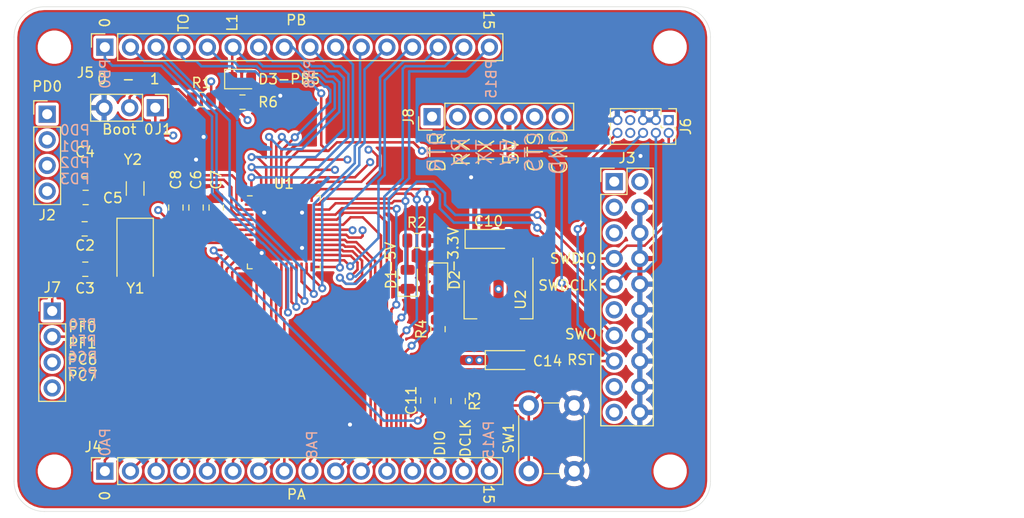
<source format=kicad_pcb>
(kicad_pcb (version 20171130) (host pcbnew 5.1.10-88a1d61d58~90~ubuntu21.04.1)
  (title_block (date 2020-07-01) (rev 0.0.2))
  (layers (0 F.Cu signal) (1 In1.Cu power) (2 In2.Cu power) (31 B.Cu signal) (34 B.Paste user) (35 F.Paste user) (36 B.SilkS user) (37 F.SilkS user) (38 B.Mask user) (39 F.Mask user) (44 Edge.Cuts user))
  (net 0 "")
  (net 1 VCC)
  (net 2 GND)
  (net 3 +5V)
  (net 4 "Net-(D1-Pad2)")
  (net 5 "Net-(D2-Pad2)")
  (net 6 "Net-(D3-Pad2)")
  (net 7 /PB5)
  (net 8 /PA12)
  (net 9 /PA11)
  (net 10 /PB9)
  (net 11 /PB8)
  (net 12 /PB7)
  (net 13 /PB6)
  (net 14 /PB4)
  (net 15 /PB3)
  (net 16 /PA15)
  (net 17 /PA14)
  (net 18 /PA13)
  (net 19 /PA10)
  (net 20 /PA9)
  (net 21 /PA8)
  (net 22 /PB15)
  (net 23 /PB14)
  (net 24 /PB13)
  (net 25 /PB12)
  (net 26 /PB11)
  (net 27 /PB10)
  (net 28 /PB1)
  (net 29 /PB0)
  (net 30 /PA7)
  (net 31 /PA6)
  (net 32 /PA5)
  (net 33 /PA4)
  (net 34 /PA3)
  (net 35 /PA2)
  (net 36 /PA1)
  (net 37 /PA0)
  (net 38 /PB2)
  (net 39 /STM32G051/PC15)
  (net 40 /STM32G051/PC14)
  (net 41 /STM32G051/NRST)
  (net 42 /PF0)
  (net 43 /PF1)
  (net 44 "Net-(J1-Pad2)")
  (net 45 /PD3)
  (net 46 /PD2)
  (net 47 /PD1)
  (net 48 /PD0)
  (net 49 /PC7)
  (net 50 /PC6)
  (module Connector_PinHeader_2.54mm:PinHeader_1x04_P2.54mm_Vertical (layer F.Cu) (at 103.284 80.64)
    (fp_text reference J2 (at 0 10) (layer F.SilkS))
    (fp_text value Conn_01x04)
    (pad 4 thru_hole oval (at 0 7.62) (size 1.7 1.7) (drill 1) (layers *.Cu *.Mask) (net 45 /PD3))
    (pad 3 thru_hole oval (at 0 5.08) (size 1.7 1.7) (drill 1) (layers *.Cu *.Mask) (net 46 /PD2))
    (pad 2 thru_hole oval (at 0 2.54) (size 1.7 1.7) (drill 1) (layers *.Cu *.Mask) (net 47 /PD1))
    (pad 1 thru_hole rect (at 0 0) (size 1.7 1.7) (drill 1) (layers *.Cu *.Mask) (net 48 /PD0))
  )
  (module Connector_PinHeader_2.54mm:PinHeader_1x06_P2.54mm_Vertical (layer F.Cu) (at 141.414 80.89 90)
    (fp_text reference J8 (at 0 -2.33 90) (layer F.SilkS))
    (fp_text value Conn_01x06)
    (pad 6 thru_hole oval (at 0 12.7 90) (size 1.7 1.7) (drill 1) (layers *.Cu *.Mask))
    (pad 5 thru_hole oval (at 0 10.16 90) (size 1.7 1.7) (drill 1) (layers *.Cu *.Mask))
    (pad 4 thru_hole oval (at 0 7.62 90) (size 1.7 1.7) (drill 1) (layers *.Cu *.Mask) (net 3 +5V))
    (pad 3 thru_hole oval (at 0 5.08 90) (size 1.7 1.7) (drill 1) (layers *.Cu *.Mask) (net 19 /PA10))
    (pad 2 thru_hole oval (at 0 2.54 90) (size 1.7 1.7) (drill 1) (layers *.Cu *.Mask) (net 20 /PA9))
    (pad 1 thru_hole rect (at 0 0 90) (size 1.7 1.7) (drill 1) (layers *.Cu *.Mask))
  )
  (module Package_DFN_QFN:QFN-48-1EP_7x7mm_P0.5mm_EP5.6x5.6mm (layer F.Cu) (at 126.734 92.34)
    (fp_text reference U1 (at 0 -4.82) (layer F.SilkS))
    (fp_text value STM32G051C8Ux)
    (pad 49 smd rect (at 0 0) (size 5.6 5.6) (layers F.Cu F.Mask) (net 2 GND))
    (pad 48 smd roundrect (at -2.75 -3.4375) (size 0.25 0.875) (layers F.Cu F.Paste F.Mask) (net 10 /PB9))
    (pad 47 smd roundrect (at -2.25 -3.4375) (size 0.25 0.875) (layers F.Cu F.Paste F.Mask) (net 11 /PB8))
    (pad 46 smd roundrect (at -1.75 -3.4375) (size 0.25 0.875) (layers F.Cu F.Paste F.Mask) (net 12 /PB7))
    (pad 45 smd roundrect (at -1.25 -3.4375) (size 0.25 0.875) (layers F.Cu F.Paste F.Mask) (net 13 /PB6))
    (pad 44 smd roundrect (at -0.75 -3.4375) (size 0.25 0.875) (layers F.Cu F.Paste F.Mask) (net 7 /PB5))
    (pad 43 smd roundrect (at -0.25 -3.4375) (size 0.25 0.875) (layers F.Cu F.Paste F.Mask) (net 14 /PB4))
    (pad 42 smd roundrect (at 0.25 -3.4375) (size 0.25 0.875) (layers F.Cu F.Paste F.Mask) (net 15 /PB3))
    (pad 41 smd roundrect (at 0.75 -3.4375) (size 0.25 0.875) (layers F.Cu F.Paste F.Mask) (net 45 /PD3))
    (pad 40 smd roundrect (at 1.25 -3.4375) (size 0.25 0.875) (layers F.Cu F.Paste F.Mask) (net 46 /PD2))
    (pad 39 smd roundrect (at 1.75 -3.4375) (size 0.25 0.875) (layers F.Cu F.Paste F.Mask) (net 47 /PD1))
    (pad 38 smd roundrect (at 2.25 -3.4375) (size 0.25 0.875) (layers F.Cu F.Paste F.Mask) (net 48 /PD0))
    (pad 37 smd roundrect (at 2.75 -3.4375) (size 0.25 0.875) (layers F.Cu F.Paste F.Mask) (net 16 /PA15))
    (pad 36 smd roundrect (at 3.4375 -2.75) (size 0.875 0.25) (layers F.Cu F.Paste F.Mask) (net 17 /PA14))
    (pad 35 smd roundrect (at 3.4375 -2.25) (size 0.875 0.25) (layers F.Cu F.Paste F.Mask) (net 18 /PA13))
    (pad 34 smd roundrect (at 3.4375 -1.75) (size 0.875 0.25) (layers F.Cu F.Paste F.Mask) (net 8 /PA12))
    (pad 33 smd roundrect (at 3.4375 -1.25) (size 0.875 0.25) (layers F.Cu F.Paste F.Mask) (net 9 /PA11))
    (pad 32 smd roundrect (at 3.4375 -0.75) (size 0.875 0.25) (layers F.Cu F.Paste F.Mask) (net 19 /PA10))
    (pad 31 smd roundrect (at 3.4375 -0.25) (size 0.875 0.25) (layers F.Cu F.Paste F.Mask) (net 49 /PC7))
    (pad 30 smd roundrect (at 3.4375 0.25) (size 0.875 0.25) (layers F.Cu F.Paste F.Mask) (net 50 /PC6))
    (pad 29 smd roundrect (at 3.4375 0.75) (size 0.875 0.25) (layers F.Cu F.Paste F.Mask) (net 20 /PA9))
    (pad 28 smd roundrect (at 3.4375 1.25) (size 0.875 0.25) (layers F.Cu F.Paste F.Mask) (net 21 /PA8))
    (pad 27 smd roundrect (at 3.4375 1.75) (size 0.875 0.25) (layers F.Cu F.Paste F.Mask) (net 22 /PB15))
    (pad 26 smd roundrect (at 3.4375 2.25) (size 0.875 0.25) (layers F.Cu F.Paste F.Mask) (net 23 /PB14))
    (pad 25 smd roundrect (at 3.4375 2.75) (size 0.875 0.25) (layers F.Cu F.Paste F.Mask) (net 24 /PB13))
    (pad 24 smd roundrect (at 2.75 3.4375) (size 0.25 0.875) (layers F.Cu F.Paste F.Mask) (net 25 /PB12))
    (pad 23 smd roundrect (at 2.25 3.4375) (size 0.25 0.875) (layers F.Cu F.Paste F.Mask) (net 26 /PB11))
    (pad 22 smd roundrect (at 1.75 3.4375) (size 0.25 0.875) (layers F.Cu F.Paste F.Mask) (net 27 /PB10))
    (pad 21 smd roundrect (at 1.25 3.4375) (size 0.25 0.875) (layers F.Cu F.Paste F.Mask) (net 38 /PB2))
    (pad 20 smd roundrect (at 0.75 3.4375) (size 0.25 0.875) (layers F.Cu F.Paste F.Mask) (net 28 /PB1))
    (pad 19 smd roundrect (at 0.25 3.4375) (size 0.25 0.875) (layers F.Cu F.Paste F.Mask) (net 29 /PB0))
    (pad 18 smd roundrect (at -0.25 3.4375) (size 0.25 0.875) (layers F.Cu F.Paste F.Mask) (net 30 /PA7))
    (pad 17 smd roundrect (at -0.75 3.4375) (size 0.25 0.875) (layers F.Cu F.Paste F.Mask) (net 31 /PA6))
    (pad 16 smd roundrect (at -1.25 3.4375) (size 0.25 0.875) (layers F.Cu F.Paste F.Mask) (net 32 /PA5))
    (pad 15 smd roundrect (at -1.75 3.4375) (size 0.25 0.875) (layers F.Cu F.Paste F.Mask) (net 33 /PA4))
    (pad 14 smd roundrect (at -2.25 3.4375) (size 0.25 0.875) (layers F.Cu F.Paste F.Mask) (net 34 /PA3))
    (pad 13 smd roundrect (at -2.75 3.4375) (size 0.25 0.875) (layers F.Cu F.Paste F.Mask) (net 35 /PA2))
    (pad 12 smd roundrect (at -3.4375 2.75) (size 0.875 0.25) (layers F.Cu F.Paste F.Mask) (net 36 /PA1))
    (pad 11 smd roundrect (at -3.4375 2.25) (size 0.875 0.25) (layers F.Cu F.Paste F.Mask) (net 37 /PA0))
    (pad 10 smd roundrect (at -3.4375 1.75) (size 0.875 0.25) (layers F.Cu F.Paste F.Mask) (net 41 /STM32G051/NRST))
    (pad 9 smd roundrect (at -3.4375 1.25) (size 0.875 0.25) (layers F.Cu F.Paste F.Mask) (net 43 /PF1))
    (pad 8 smd roundrect (at -3.4375 0.75) (size 0.875 0.25) (layers F.Cu F.Paste F.Mask) (net 42 /PF0))
    (pad 7 smd roundrect (at -3.4375 0.25) (size 0.875 0.25) (layers F.Cu F.Paste F.Mask) (net 2 GND))
    (pad 6 smd roundrect (at -3.4375 -0.25) (size 0.875 0.25) (layers F.Cu F.Paste F.Mask) (net 1 VCC))
    (pad 5 smd roundrect (at -3.4375 -0.75) (size 0.875 0.25) (layers F.Cu F.Paste F.Mask) (net 1 VCC))
    (pad 4 smd roundrect (at -3.4375 -1.25) (size 0.875 0.25) (layers F.Cu F.Paste F.Mask) (net 1 VCC))
    (pad 3 smd roundrect (at -3.4375 -1.75) (size 0.875 0.25) (layers F.Cu F.Paste F.Mask) (net 39 /STM32G051/PC15))
    (pad 2 smd roundrect (at -3.4375 -2.25) (size 0.875 0.25) (layers F.Cu F.Paste F.Mask) (net 40 /STM32G051/PC14))
    (pad 1 smd roundrect (at -3.4375 -2.75) (size 0.875 0.25) (layers F.Cu F.Paste F.Mask))
  )
  (module Connector_PinHeader_2.54mm:PinHeader_1x04_P2.54mm_Vertical (layer F.Cu) (at 103.784 100.14)
    (fp_text reference J7 (at 0 -2.33) (layer F.SilkS))
    (fp_text value Conn_01x04)
    (pad 4 thru_hole oval (at 0 7.62) (size 1.7 1.7) (drill 1) (layers *.Cu *.Mask) (net 49 /PC7))
    (pad 3 thru_hole oval (at 0 5.08) (size 1.7 1.7) (drill 1) (layers *.Cu *.Mask) (net 50 /PC6))
    (pad 2 thru_hole oval (at 0 2.54) (size 1.7 1.7) (drill 1) (layers *.Cu *.Mask) (net 43 /PF1))
    (pad 1 thru_hole rect (at 0 0) (size 1.7 1.7) (drill 1) (layers *.Cu *.Mask) (net 42 /PF0))
  )
  (module Connector_PinHeader_2.54mm:PinHeader_1x03_P2.54mm_Vertical (layer F.Cu) (at 114 80 270)
    (fp_text reference J1 (at 2.14 -0.784 180) (layer F.SilkS))
    (fp_text value Conn_01x03)
    (pad 3 thru_hole oval (at 0 5.08 270) (size 1.7 1.7) (drill 1) (layers *.Cu *.Mask) (net 2 GND))
    (pad 2 thru_hole oval (at 0 2.54 270) (size 1.7 1.7) (drill 1) (layers *.Cu *.Mask) (net 44 "Net-(J1-Pad2)"))
    (pad 1 thru_hole rect (at 0 0 270) (size 1.7 1.7) (drill 1) (layers *.Cu *.Mask) (net 1 VCC))
  )
  (module Crystal:Crystal_SMD_3215-2Pin_3.2x1.5mm (layer F.Cu) (at 112 88 90)
    (fp_text reference Y2 (at 2.86 -0.216 180) (layer F.SilkS))
    (fp_text value Crystal)
    (pad 2 smd rect (at -1.25 0 90) (size 1 1.8) (layers F.Cu F.Paste F.Mask) (net 39 /STM32G051/PC15))
    (pad 1 smd rect (at 1.25 0 90) (size 1 1.8) (layers F.Cu F.Paste F.Mask) (net 40 /STM32G051/PC14))
  )
  (module Crystal:Crystal_SMD_5032-2Pin_5.0x3.2mm (layer F.Cu) (at 112 94 270)
    (fp_text reference Y1 (at 3.89 -0.034 180) (layer F.SilkS))
    (fp_text value 8MHz)
    (pad 2 smd rect (at 1.85 0 270) (size 2 2.4) (layers F.Cu F.Paste F.Mask) (net 43 /PF1))
    (pad 1 smd rect (at -1.85 0 270) (size 2 2.4) (layers F.Cu F.Paste F.Mask) (net 42 /PF0))
  )
  (module Capacitor_SMD:C_0805_2012Metric (layer F.Cu) (at 107.0965 88.89 180)
    (fp_text reference C5 (at -2.6875 -0.05) (layer F.SilkS))
    (fp_text value 10pf)
    (pad 2 smd roundrect (at 0.9375 0 180) (size 0.975 1.4) (layers F.Cu F.Paste F.Mask) (net 2 GND))
    (pad 1 smd roundrect (at -0.9375 0 180) (size 0.975 1.4) (layers F.Cu F.Paste F.Mask) (net 39 /STM32G051/PC15))
  )
  (module Capacitor_SMD:C_0805_2012Metric (layer F.Cu) (at 107.034 86.14 180)
    (fp_text reference C4 (at 0 1.75) (layer F.SilkS))
    (fp_text value 10pf)
    (pad 2 smd roundrect (at 0.9375 0 180) (size 0.975 1.4) (layers F.Cu F.Paste F.Mask) (net 2 GND))
    (pad 1 smd roundrect (at -0.9375 0 180) (size 0.975 1.4) (layers F.Cu F.Paste F.Mask) (net 40 /STM32G051/PC14))
  )
  (module Capacitor_SMD:C_0805_2012Metric (layer F.Cu) (at 107.0625 96 180)
    (fp_text reference C3 (at 0.0285 -1.89) (layer F.SilkS))
    (fp_text value 20pf)
    (pad 2 smd roundrect (at 0.9375 0 180) (size 0.975 1.4) (layers F.Cu F.Paste F.Mask) (net 2 GND))
    (pad 1 smd roundrect (at -0.9375 0 180) (size 0.975 1.4) (layers F.Cu F.Paste F.Mask) (net 43 /PF1))
  )
  (module Capacitor_SMD:C_0805_2012Metric (layer F.Cu) (at 107 92 180)
    (fp_text reference C2 (at -0.034 -1.64) (layer F.SilkS))
    (fp_text value 20pf)
    (pad 2 smd roundrect (at 0.9375 0 180) (size 0.975 1.4) (layers F.Cu F.Paste F.Mask) (net 2 GND))
    (pad 1 smd roundrect (at -0.9375 0 180) (size 0.975 1.4) (layers F.Cu F.Paste F.Mask) (net 42 /PF0))
  )
  (module Connector_PinHeader_1.27mm:PinHeader_2x05_P1.27mm_Vertical (layer F.Cu) (at 164.859 81.224 270)
    (fp_text reference J6 (at 0.635 -1.695 90) (layer F.SilkS))
    (fp_text value "Conn_02x05 Odd_Even")
    (pad 10 thru_hole oval (at 1.27 5.08 270) (size 1 1) (drill 0.65) (layers *.Cu *.Mask) (net 41 /STM32G051/NRST))
    (pad 9 thru_hole oval (at 0 5.08 270) (size 1 1) (drill 0.65) (layers *.Cu *.Mask) (net 2 GND))
    (pad 8 thru_hole oval (at 1.27 3.81 270) (size 1 1) (drill 0.65) (layers *.Cu *.Mask))
    (pad 7 thru_hole oval (at 0 3.81 270) (size 1 1) (drill 0.65) (layers *.Cu *.Mask))
    (pad 6 thru_hole oval (at 1.27 2.54 270) (size 1 1) (drill 0.65) (layers *.Cu *.Mask) (net 15 /PB3))
    (pad 5 thru_hole oval (at 0 2.54 270) (size 1 1) (drill 0.65) (layers *.Cu *.Mask) (net 2 GND))
    (pad 4 thru_hole oval (at 1.27 1.27 270) (size 1 1) (drill 0.65) (layers *.Cu *.Mask) (net 17 /PA14))
    (pad 3 thru_hole oval (at 0 1.27 270) (size 1 1) (drill 0.65) (layers *.Cu *.Mask) (net 2 GND))
    (pad 2 thru_hole oval (at 1.27 0 270) (size 1 1) (drill 0.65) (layers *.Cu *.Mask) (net 18 /PA13))
    (pad 1 thru_hole rect (at 0 0 270) (size 1 1) (drill 0.65) (layers *.Cu *.Mask) (net 1 VCC))
  )
  (module Capacitor_SMD:C_0805_2012Metric (layer F.Cu) (at 120.034 89.89 270)
    (fp_text reference C7 (at -2.75 0 90) (layer F.SilkS))
    (fp_text value 100nf)
    (pad 2 smd roundrect (at 0.9375 0 270) (size 0.975 1.4) (layers F.Cu F.Paste F.Mask) (net 1 VCC))
    (pad 1 smd roundrect (at -0.9375 0 270) (size 0.975 1.4) (layers F.Cu F.Paste F.Mask) (net 2 GND))
  )
  (module Connector_PinSocket_2.54mm:PinSocket_1x16_P2.54mm_Vertical (layer F.Cu) (at 109 74 90)
    (fp_text reference J5 (at -2.525 -1.926 180) (layer F.SilkS))
    (fp_text value Conn_01x16)
    (pad 16 thru_hole oval (at 0 38.1 90) (size 1.7 1.7) (drill 1) (layers *.Cu *.Mask) (net 22 /PB15))
    (pad 15 thru_hole oval (at 0 35.56 90) (size 1.7 1.7) (drill 1) (layers *.Cu *.Mask) (net 23 /PB14))
    (pad 14 thru_hole oval (at 0 33.02 90) (size 1.7 1.7) (drill 1) (layers *.Cu *.Mask) (net 24 /PB13))
    (pad 13 thru_hole oval (at 0 30.48 90) (size 1.7 1.7) (drill 1) (layers *.Cu *.Mask) (net 25 /PB12))
    (pad 12 thru_hole oval (at 0 27.94 90) (size 1.7 1.7) (drill 1) (layers *.Cu *.Mask) (net 26 /PB11))
    (pad 11 thru_hole oval (at 0 25.4 90) (size 1.7 1.7) (drill 1) (layers *.Cu *.Mask) (net 27 /PB10))
    (pad 10 thru_hole oval (at 0 22.86 90) (size 1.7 1.7) (drill 1) (layers *.Cu *.Mask) (net 10 /PB9))
    (pad 9 thru_hole oval (at 0 20.32 90) (size 1.7 1.7) (drill 1) (layers *.Cu *.Mask) (net 11 /PB8))
    (pad 8 thru_hole oval (at 0 17.78 90) (size 1.7 1.7) (drill 1) (layers *.Cu *.Mask) (net 12 /PB7))
    (pad 7 thru_hole oval (at 0 15.24 90) (size 1.7 1.7) (drill 1) (layers *.Cu *.Mask) (net 13 /PB6))
    (pad 6 thru_hole oval (at 0 12.7 90) (size 1.7 1.7) (drill 1) (layers *.Cu *.Mask) (net 7 /PB5))
    (pad 5 thru_hole oval (at 0 10.16 90) (size 1.7 1.7) (drill 1) (layers *.Cu *.Mask) (net 14 /PB4))
    (pad 4 thru_hole oval (at 0 7.62 90) (size 1.7 1.7) (drill 1) (layers *.Cu *.Mask) (net 15 /PB3))
    (pad 3 thru_hole oval (at 0 5.08 90) (size 1.7 1.7) (drill 1) (layers *.Cu *.Mask) (net 38 /PB2))
    (pad 2 thru_hole oval (at 0 2.54 90) (size 1.7 1.7) (drill 1) (layers *.Cu *.Mask) (net 28 /PB1))
    (pad 1 thru_hole rect (at 0 0 90) (size 1.7 1.7) (drill 1) (layers *.Cu *.Mask) (net 29 /PB0))
  )
  (module Connector_PinHeader_2.54mm:PinHeader_2x10_P2.54mm_Vertical (layer F.Cu) (at 159.462 87.32)
    (fp_text reference J3 (at 1.27 -2.33) (layer F.SilkS))
    (fp_text value Conn_02x10_Odd_Even)
    (pad 20 thru_hole oval (at 2.54 22.86) (size 1.7 1.7) (drill 1) (layers *.Cu *.Mask) (net 2 GND))
    (pad 19 thru_hole oval (at 0 22.86) (size 1.7 1.7) (drill 1) (layers *.Cu *.Mask))
    (pad 18 thru_hole oval (at 2.54 20.32) (size 1.7 1.7) (drill 1) (layers *.Cu *.Mask) (net 2 GND))
    (pad 17 thru_hole oval (at 0 20.32) (size 1.7 1.7) (drill 1) (layers *.Cu *.Mask))
    (pad 16 thru_hole oval (at 2.54 17.78) (size 1.7 1.7) (drill 1) (layers *.Cu *.Mask) (net 2 GND))
    (pad 15 thru_hole oval (at 0 17.78) (size 1.7 1.7) (drill 1) (layers *.Cu *.Mask) (net 41 /STM32G051/NRST))
    (pad 14 thru_hole oval (at 2.54 15.24) (size 1.7 1.7) (drill 1) (layers *.Cu *.Mask) (net 2 GND))
    (pad 13 thru_hole oval (at 0 15.24) (size 1.7 1.7) (drill 1) (layers *.Cu *.Mask) (net 15 /PB3))
    (pad 12 thru_hole oval (at 2.54 12.7) (size 1.7 1.7) (drill 1) (layers *.Cu *.Mask) (net 2 GND))
    (pad 11 thru_hole oval (at 0 12.7) (size 1.7 1.7) (drill 1) (layers *.Cu *.Mask))
    (pad 10 thru_hole oval (at 2.54 10.16) (size 1.7 1.7) (drill 1) (layers *.Cu *.Mask) (net 2 GND))
    (pad 9 thru_hole oval (at 0 10.16) (size 1.7 1.7) (drill 1) (layers *.Cu *.Mask) (net 17 /PA14))
    (pad 8 thru_hole oval (at 2.54 7.62) (size 1.7 1.7) (drill 1) (layers *.Cu *.Mask) (net 2 GND))
    (pad 7 thru_hole oval (at 0 7.62) (size 1.7 1.7) (drill 1) (layers *.Cu *.Mask) (net 18 /PA13))
    (pad 6 thru_hole oval (at 2.54 5.08) (size 1.7 1.7) (drill 1) (layers *.Cu *.Mask) (net 2 GND))
    (pad 5 thru_hole oval (at 0 5.08) (size 1.7 1.7) (drill 1) (layers *.Cu *.Mask))
    (pad 4 thru_hole oval (at 2.54 2.54) (size 1.7 1.7) (drill 1) (layers *.Cu *.Mask) (net 2 GND))
    (pad 3 thru_hole oval (at 0 2.54) (size 1.7 1.7) (drill 1) (layers *.Cu *.Mask))
    (pad 2 thru_hole oval (at 2.54 0) (size 1.7 1.7) (drill 1) (layers *.Cu *.Mask) (net 1 VCC))
    (pad 1 thru_hole rect (at 0 0) (size 1.7 1.7) (drill 1) (layers *.Cu *.Mask) (net 1 VCC))
  )
  (module Connector_PinSocket_2.54mm:PinSocket_1x16_P2.54mm_Vertical (layer F.Cu) (at 109 116 90)
    (fp_text reference J4 (at 2.391 -1.164 180) (layer F.SilkS))
    (fp_text value Conn_01x16)
    (pad 16 thru_hole oval (at 0 38.1 90) (size 1.7 1.7) (drill 1) (layers *.Cu *.Mask) (net 16 /PA15))
    (pad 15 thru_hole oval (at 0 35.56 90) (size 1.7 1.7) (drill 1) (layers *.Cu *.Mask) (net 17 /PA14))
    (pad 14 thru_hole oval (at 0 33.02 90) (size 1.7 1.7) (drill 1) (layers *.Cu *.Mask) (net 18 /PA13))
    (pad 13 thru_hole oval (at 0 30.48 90) (size 1.7 1.7) (drill 1) (layers *.Cu *.Mask) (net 8 /PA12))
    (pad 12 thru_hole oval (at 0 27.94 90) (size 1.7 1.7) (drill 1) (layers *.Cu *.Mask) (net 9 /PA11))
    (pad 11 thru_hole oval (at 0 25.4 90) (size 1.7 1.7) (drill 1) (layers *.Cu *.Mask) (net 19 /PA10))
    (pad 10 thru_hole oval (at 0 22.86 90) (size 1.7 1.7) (drill 1) (layers *.Cu *.Mask) (net 20 /PA9))
    (pad 9 thru_hole oval (at 0 20.32 90) (size 1.7 1.7) (drill 1) (layers *.Cu *.Mask) (net 21 /PA8))
    (pad 8 thru_hole oval (at 0 17.78 90) (size 1.7 1.7) (drill 1) (layers *.Cu *.Mask) (net 30 /PA7))
    (pad 7 thru_hole oval (at 0 15.24 90) (size 1.7 1.7) (drill 1) (layers *.Cu *.Mask) (net 31 /PA6))
    (pad 6 thru_hole oval (at 0 12.7 90) (size 1.7 1.7) (drill 1) (layers *.Cu *.Mask) (net 32 /PA5))
    (pad 5 thru_hole oval (at 0 10.16 90) (size 1.7 1.7) (drill 1) (layers *.Cu *.Mask) (net 33 /PA4))
    (pad 4 thru_hole oval (at 0 7.62 90) (size 1.7 1.7) (drill 1) (layers *.Cu *.Mask) (net 34 /PA3))
    (pad 3 thru_hole oval (at 0 5.08 90) (size 1.7 1.7) (drill 1) (layers *.Cu *.Mask) (net 35 /PA2))
    (pad 2 thru_hole oval (at 0 2.54 90) (size 1.7 1.7) (drill 1) (layers *.Cu *.Mask) (net 36 /PA1))
    (pad 1 thru_hole rect (at 0 0 90) (size 1.7 1.7) (drill 1) (layers *.Cu *.Mask) (net 37 /PA0))
  )
  (module MountingHole:MountingHole_2.7mm_M2.5 (layer F.Cu) (at 104 116)
    (fp_text reference H4 hide)
    (fp_text value MountingHole)
    (pad 1 np_thru_hole circle (at 0 0) (size 2.7 2.7) (drill 2.7) (layers *.Cu *.Mask))
  )
  (module MountingHole:MountingHole_2.7mm_M2.5 (layer F.Cu) (at 104 74)
    (fp_text reference H3 hide)
    (fp_text value MountingHole)
    (pad 1 np_thru_hole circle (at 0 0) (size 2.7 2.7) (drill 2.7) (layers *.Cu *.Mask))
  )
  (module MountingHole:MountingHole_2.7mm_M2.5 (layer F.Cu) (at 165 116)
    (fp_text reference H2 hide)
    (fp_text value MountingHole)
    (pad 1 np_thru_hole circle (at 0 0) (size 2.7 2.7) (drill 2.7) (layers *.Cu *.Mask))
  )
  (module MountingHole:MountingHole_2.7mm_M2.5 (layer F.Cu) (at 165 74)
    (fp_text reference H1 hide)
    (fp_text value MountingHole)
    (pad 1 np_thru_hole circle (at 0 0) (size 2.7 2.7) (drill 2.7) (layers *.Cu *.Mask))
  )
  (module Package_TO_SOT_SMD:SOT-223-3_TabPin2 (layer F.Cu) (at 148 99 270)
    (fp_text reference U2 (at 0.004 -2.191 90) (layer F.SilkS))
    (fp_text value AMS1117-3.3)
    (pad 1 smd rect (at -3.15 -2.3 270) (size 2 1.5) (layers F.Cu F.Paste F.Mask) (net 2 GND))
    (pad 3 smd rect (at -3.15 2.3 270) (size 2 1.5) (layers F.Cu F.Paste F.Mask) (net 3 +5V))
    (pad 2 smd rect (at -3.15 0 270) (size 2 1.5) (layers F.Cu F.Paste F.Mask) (net 1 VCC))
    (pad 2 smd rect (at 3.15 0 270) (size 2 3.8) (layers F.Cu F.Paste F.Mask) (net 1 VCC))
  )
  (module Button_Switch_THT:SW_PUSH_6mm (layer F.Cu) (at 151 116 90)
    (fp_text reference SW1 (at 3.25 -2 90) (layer F.SilkS))
    (fp_text value SW_Push)
    (pad 1 thru_hole circle (at 6.5 0 180) (size 2 2) (drill 1.1) (layers *.Cu *.Mask) (net 41 /STM32G051/NRST))
    (pad 2 thru_hole circle (at 6.5 4.5 180) (size 2 2) (drill 1.1) (layers *.Cu *.Mask) (net 2 GND))
    (pad 1 thru_hole circle (at 0 0 180) (size 2 2) (drill 1.1) (layers *.Cu *.Mask) (net 41 /STM32G051/NRST))
    (pad 2 thru_hole circle (at 0 4.5 180) (size 2 2) (drill 1.1) (layers *.Cu *.Mask) (net 2 GND))
  )
  (module Resistor_SMD:R_0805_2012Metric (layer F.Cu) (at 122.632 79.446)
    (fp_text reference R6 (at 2.54 0) (layer F.SilkS))
    (fp_text value 1K)
    (pad 2 smd roundrect (at 0.9375 0) (size 0.975 1.4) (layers F.Cu F.Paste F.Mask) (net 6 "Net-(D3-Pad2)"))
    (pad 1 smd roundrect (at -0.9375 0) (size 0.975 1.4) (layers F.Cu F.Paste F.Mask) (net 1 VCC))
  )
  (module Resistor_SMD:R_0805_2012Metric (layer F.Cu) (at 142 101.9375 90)
    (fp_text reference R4 (at 0 -1.65 90) (layer F.SilkS))
    (fp_text value 1K)
    (pad 2 smd roundrect (at 0.9375 0 90) (size 0.975 1.4) (layers F.Cu F.Paste F.Mask) (net 5 "Net-(D2-Pad2)"))
    (pad 1 smd roundrect (at -0.9375 0 90) (size 0.975 1.4) (layers F.Cu F.Paste F.Mask) (net 1 VCC))
  )
  (module Resistor_SMD:R_0805_2012Metric (layer F.Cu) (at 144 109.0625 270)
    (fp_text reference R3 (at 0 -1.65 90) (layer F.SilkS))
    (fp_text value 10K)
    (pad 2 smd roundrect (at 0.9375 0 270) (size 0.975 1.4) (layers F.Cu F.Paste F.Mask) (net 41 /STM32G051/NRST))
    (pad 1 smd roundrect (at -0.9375 0 270) (size 0.975 1.4) (layers F.Cu F.Paste F.Mask) (net 1 VCC))
  )
  (module Resistor_SMD:R_0805_2012Metric (layer F.Cu) (at 139.904 93.162 180)
    (fp_text reference R2 (at 0 1.778) (layer F.SilkS))
    (fp_text value 10K)
    (pad 2 smd roundrect (at 0.9375 0 180) (size 0.975 1.4) (layers F.Cu F.Paste F.Mask) (net 4 "Net-(D1-Pad2)"))
    (pad 1 smd roundrect (at -0.9375 0 180) (size 0.975 1.4) (layers F.Cu F.Paste F.Mask) (net 3 +5V))
  )
  (module Resistor_SMD:R_0805_2012Metric (layer F.Cu) (at 118.568 79.192)
    (fp_text reference R1 (at 0 -1.65) (layer F.SilkS))
    (fp_text value 10K)
    (pad 2 smd roundrect (at 0.9375 0) (size 0.975 1.4) (layers F.Cu F.Paste F.Mask) (net 17 /PA14))
    (pad 1 smd roundrect (at -0.9375 0) (size 0.975 1.4) (layers F.Cu F.Paste F.Mask) (net 44 "Net-(J1-Pad2)"))
  )
  (module LED_SMD:LED_0805_2012Metric (layer F.Cu) (at 122.5535 77.16)
    (fp_text reference D3 (at 2.6185 0.014) (layer F.SilkS))
    (fp_text value GREEN)
    (pad 2 smd roundrect (at 0.9375 0) (size 0.975 1.4) (layers F.Cu F.Paste F.Mask) (net 6 "Net-(D3-Pad2)"))
    (pad 1 smd roundrect (at -0.9375 0) (size 0.975 1.4) (layers F.Cu F.Paste F.Mask) (net 7 /PB5))
  )
  (module LED_SMD:LED_0805_2012Metric (layer F.Cu) (at 142 97.0625 270)
    (fp_text reference D2 (at 0 -1.65 90) (layer F.SilkS))
    (fp_text value BLUE)
    (pad 2 smd roundrect (at 0.9375 0 270) (size 0.975 1.4) (layers F.Cu F.Paste F.Mask) (net 5 "Net-(D2-Pad2)"))
    (pad 1 smd roundrect (at -0.9375 0 270) (size 0.975 1.4) (layers F.Cu F.Paste F.Mask) (net 2 GND))
  )
  (module LED_SMD:LED_0805_2012Metric (layer F.Cu) (at 139 97 90)
    (fp_text reference D1 (at 0 -1.65 90) (layer F.SilkS))
    (fp_text value RED)
    (pad 2 smd roundrect (at 0.9375 0 90) (size 0.975 1.4) (layers F.Cu F.Paste F.Mask) (net 4 "Net-(D1-Pad2)"))
    (pad 1 smd roundrect (at -0.9375 0 90) (size 0.975 1.4) (layers F.Cu F.Paste F.Mask) (net 2 GND))
  )
  (module Capacitor_Tantalum_SMD:CP_EIA-3216-18_Kemet-A (layer F.Cu) (at 149 105)
    (fp_text reference C14 (at 3.858 0.1) (layer F.SilkS))
    (fp_text value 10uf)
    (pad 2 smd roundrect (at 1.35 0) (size 1.4 1.35) (layers F.Cu F.Paste F.Mask) (roundrect_rratio 0.185185) (net 2 GND))
    (pad 1 smd roundrect (at -1.35 0) (size 1.4 1.35) (layers F.Cu F.Paste F.Mask) (roundrect_rratio 0.185185) (net 1 VCC))
  )
  (module Capacitor_SMD:C_0805_2012Metric (layer F.Cu) (at 141 109 90)
    (fp_text reference C11 (at 0 -1.65 90) (layer F.SilkS))
    (fp_text value 100nf)
    (pad 2 smd roundrect (at 0.9375 0 90) (size 0.975 1.4) (layers F.Cu F.Paste F.Mask) (net 2 GND))
    (pad 1 smd roundrect (at -0.9375 0 90) (size 0.975 1.4) (layers F.Cu F.Paste F.Mask) (net 41 /STM32G051/NRST))
  )
  (module Capacitor_Tantalum_SMD:CP_EIA-3216-18_Kemet-A (layer F.Cu) (at 147 93)
    (fp_text reference C10 (at 0 -1.75) (layer F.SilkS))
    (fp_text value 10uf)
    (pad 2 smd roundrect (at 1.35 0) (size 1.4 1.35) (layers F.Cu F.Paste F.Mask) (roundrect_rratio 0.185185) (net 2 GND))
    (pad 1 smd roundrect (at -1.35 0) (size 1.4 1.35) (layers F.Cu F.Paste F.Mask) (roundrect_rratio 0.185185) (net 3 +5V))
  )
  (module Capacitor_SMD:C_0805_2012Metric (layer F.Cu) (at 116.034 89.89 270)
    (fp_text reference C8 (at -2.75 0 90) (layer F.SilkS))
    (fp_text value 100nf)
    (pad 2 smd roundrect (at 0.9375 0 270) (size 0.975 1.4) (layers F.Cu F.Paste F.Mask) (net 1 VCC))
    (pad 1 smd roundrect (at -0.9375 0 270) (size 0.975 1.4) (layers F.Cu F.Paste F.Mask) (net 2 GND))
  )
  (module Capacitor_SMD:C_0805_2012Metric (layer F.Cu) (at 118.034 89.89 270)
    (fp_text reference C6 (at -2.75 0 90) (layer F.SilkS))
    (fp_text value 100nf)
    (pad 2 smd roundrect (at 0.9375 0 270) (size 0.975 1.4) (layers F.Cu F.Paste F.Mask) (net 1 VCC))
    (pad 1 smd roundrect (at -0.9375 0 270) (size 0.975 1.4) (layers F.Cu F.Paste F.Mask) (net 2 GND))
  )
  (gr_text PD0 (at 103.284 77.89) (layer F.SilkS) (effects (font (size 1 1))))
  (gr_text "PF0\nPF1\nPC6\nPC7" (at 106.784 104.14) (layer F.SilkS) (effects (font (size 1 1))))
  (gr_text PB15 (at 147.284 77.14 90) (layer B.SilkS) (effects (font (size 1 1)) (justify mirror)))
  (gr_text PB8 (at 129.284 76.64 90) (layer B.SilkS) (effects (font (size 1 1)) (justify mirror)))
  (gr_text PB0 (at 109.034 76.64 90) (layer B.SilkS) (effects (font (size 1 1)) (justify mirror)))
  (gr_text PA15 (at 147.034 112.89 90) (layer B.SilkS) (effects (font (size 1 1)) (justify mirror)))
  (gr_text PA8 (at 129.534 113.39 90) (layer B.SilkS) (effects (font (size 1 1)) (justify mirror)))
  (gr_text PA0 (at 109.034 113.14 90) (layer B.SilkS) (effects (font (size 1 1)) (justify mirror)))
  (gr_text "DTR\nRX\nTX\n5V\nCTS\nGND" (at 148.034 84.39 90) (layer F.SilkS) (effects (font (size 1.5 1.5))))
  (gr_text "DTR\nRX\nTX\n5V\nCTS\nGND" (at 147.784 84.39 90) (layer B.SilkS) (effects (font (size 1.5 1.5)) (justify mirror)))
  (gr_text "PF0\nPF1\nPC6\nPC7" (at 106.784 103.89) (layer B.SilkS) (effects (font (size 1 1)) (justify mirror)))
  (gr_text "PD0\nPD1\nPD2\nPD3" (at 106.034 84.64) (layer B.SilkS) (effects (font (size 1 1)) (justify mirror)))
  (gr_text "Boot 0" (at 111.284 82.14) (layer F.SilkS) (effects (font (size 1 1))))
  (gr_text -3.3V (at 143.523 94.051 90) (layer F.SilkS) (effects (font (size 1 1))))
  (gr_text -5V (at 137.3 94.813 90) (layer F.SilkS) (effects (font (size 1 1))))
  (gr_text L1 (at 121.616 71.572 90) (layer F.SilkS) (effects (font (size 1 1))))
  (gr_text -PB5 (at 128.22 77.16) (layer F.SilkS) (effects (font (size 1 1))))
  (gr_text TO (at 116.79 71.572 90) (layer F.SilkS) (effects (font (size 1 1))))
  (gr_text DCLK (at 144.73 112.72 90) (layer F.SilkS) (effects (font (size 1 1))))
  (gr_text DIO (at 142.19 113.228 90) (layer F.SilkS) (effects (font (size 1 1))))
  (gr_text 15 (at 147.016 71.318 270) (layer F.SilkS) (effects (font (size 1 1))))
  (gr_text 0 (at 108.916 71.572 270) (layer F.SilkS) (effects (font (size 1 1))))
  (gr_text 15 (at 147.016 118.308 270) (layer F.SilkS) (effects (font (size 1 1))))
  (gr_text 0 (at 108.916 118.435 270) (layer F.SilkS) (effects (font (size 1 1))))
  (gr_text "0  -  1" (at 111.329 77.16) (layer F.SilkS) (effects (font (size 1 1))))
  (gr_text RST (at 156.16 104.973) (layer F.SilkS) (effects (font (size 1 1))))
  (gr_text SWO (at 156.16 102.433) (layer F.SilkS) (effects (font (size 1 1))))
  (gr_text SWDCLK (at 154.89 97.607) (layer F.SilkS) (effects (font (size 1 1))))
  (gr_text SWDIO (at 155.398 94.94) (layer F.SilkS) (effects (font (size 1 1))))
  (gr_text PA (at 127.966 118.308) (layer F.SilkS) (effects (font (size 1 1))))
  (gr_text PB (at 127.966 71.318) (layer F.SilkS) (effects (font (size 1 1))))
  (gr_line (start 166 120) (end 103 120) (layer Edge.Cuts) (width 0.05))
  (gr_arc (start 166 117) (end 166 120) (angle -90) (layer Edge.Cuts) (width 0.05))
  (gr_line (start 169 73) (end 169 117) (layer Edge.Cuts) (width 0.05))
  (gr_line (start 100 117) (end 100 73) (layer Edge.Cuts) (width 0.05))
  (gr_line (start 166 70) (end 103 70) (layer Edge.Cuts) (width 0.05))
  (gr_arc (start 166 73) (end 169 73) (angle -90) (layer Edge.Cuts) (width 0.05))
  (gr_arc (start 103 73) (end 103 70) (angle -90) (layer Edge.Cuts) (width 0.05))
  (gr_arc (start 103 117) (end 100 117) (angle -90) (layer Edge.Cuts) (width 0.05))
  (segment (start 148 95.85) (end 148 97.956) (width 1) (layer F.Cu) (net 1))
  (via (at 148 97.956) (size 0.8) (drill 0.4) (layers F.Cu B.Cu) (net 1))
  (segment (start 148 97.956) (end 148 102.15) (width 1) (layer F.Cu) (net 1))
  (segment (start 147.65 102.5) (end 148 102.15) (width 0.25) (layer F.Cu) (net 1))
  (segment (start 147.65 105) (end 147.65 102.5) (width 1) (layer F.Cu) (net 1))
  (segment (start 147.65 105) (end 146.1 105) (width 1) (layer F.Cu) (net 1))
  (segment (start 144 105.576) (end 144 108.125) (width 0.25) (layer F.Cu) (net 1))
  (segment (start 144.576 105) (end 144 105.576) (width 0.25) (layer F.Cu) (net 1))
  (segment (start 142.759 102.875) (end 143.968 104.084) (width 0.25) (layer F.Cu) (net 1))
  (segment (start 142 102.875) (end 142.759 102.875) (width 0.25) (layer F.Cu) (net 1))
  (segment (start 143.968 104.392) (end 144.576 105) (width 0.25) (layer F.Cu) (net 1))
  (segment (start 143.968 104.084) (end 143.968 104.392) (width 0.25) (layer F.Cu) (net 1))
  (segment (start 146.1 105) (end 145.084 105) (width 1) (layer F.Cu) (net 1))
  (via (at 146.1 105) (size 0.8) (drill 0.4) (layers F.Cu B.Cu) (net 1))
  (segment (start 145.084 105) (end 144.576 105) (width 1) (layer F.Cu) (net 1))
  (via (at 145.084 105) (size 0.8) (drill 0.4) (layers F.Cu B.Cu) (net 1))
  (via (at 115.774 82.748) (size 0.8) (drill 0.4) (layers F.Cu B.Cu) (net 1))
  (segment (start 114 80) (end 114 82.54) (width 0.25) (layer F.Cu) (net 1))
  (segment (start 114.208 82.748) (end 114 82.54) (width 0.25) (layer F.Cu) (net 1))
  (segment (start 115.774 82.748) (end 114.208 82.748) (width 0.25) (layer F.Cu) (net 1))
  (segment (start 121.6945 79.7785) (end 123.14 81.224) (width 0.25) (layer F.Cu) (net 1))
  (via (at 123.14 81.224) (size 0.8) (drill 0.4) (layers F.Cu B.Cu) (net 1))
  (segment (start 121.6945 79.446) (end 121.6945 79.7785) (width 0.25) (layer F.Cu) (net 1))
  (segment (start 123.2965 92.09) (end 116.734 92.09) (width 0.25) (layer F.Cu) (net 1))
  (segment (start 116.034 91.39) (end 116.034 90.8275) (width 0.25) (layer F.Cu) (net 1))
  (segment (start 116.734 92.09) (end 116.034 91.39) (width 0.25) (layer F.Cu) (net 1))
  (segment (start 118.7965 91.59) (end 118.034 90.8275) (width 0.25) (layer F.Cu) (net 1))
  (segment (start 123.2965 91.59) (end 118.7965 91.59) (width 0.25) (layer F.Cu) (net 1))
  (segment (start 120.2965 91.09) (end 120.034 90.8275) (width 0.25) (layer F.Cu) (net 1))
  (segment (start 123.2965 91.09) (end 120.2965 91.09) (width 0.25) (layer F.Cu) (net 1))
  (segment (start 120.034 90.8275) (end 116.034 90.8275) (width 0.25) (layer F.Cu) (net 1))
  (via (at 114.284 90.14) (size 0.8) (drill 0.4) (layers F.Cu B.Cu) (net 1))
  (segment (start 114.9715 90.8275) (end 114.284 90.14) (width 0.25) (layer F.Cu) (net 1))
  (segment (start 116.034 90.8275) (end 114.9715 90.8275) (width 0.25) (layer F.Cu) (net 1))
  (via (at 133.034 85.14) (size 0.8) (drill 0.4) (layers F.Cu B.Cu) (net 45))
  (via (at 145.284 86.89) (size 0.8) (drill 0.4) (layers F.Cu B.Cu) (net 2))
  (via (at 126.378 78.811) (size 0.8) (drill 0.4) (layers F.Cu B.Cu) (net 2))
  (via (at 162.065 84.78) (size 0.8) (drill 0.4) (layers F.Cu B.Cu) (net 2))
  (via (at 157.366 95.829) (size 0.8) (drill 0.4) (layers F.Cu B.Cu) (net 2))
  (segment (start 126.308999 91.914999) (end 126.734 92.34) (width 0.25) (layer F.Cu) (net 2))
  (segment (start 124.435999 91.914999) (end 126.308999 91.914999) (width 0.25) (layer F.Cu) (net 2))
  (segment (start 124.058999 92.291999) (end 124.435999 91.914999) (width 0.25) (layer F.Cu) (net 2))
  (segment (start 124.058999 92.59) (end 124.058999 92.291999) (width 0.25) (layer F.Cu) (net 2))
  (segment (start 123.2965 92.59) (end 124.058999 92.59) (width 0.25) (layer F.Cu) (net 2))
  (via (at 128.534 90.39) (size 0.8) (drill 0.4) (layers F.Cu B.Cu) (net 2))
  (via (at 128.534 93.89) (size 0.8) (drill 0.4) (layers F.Cu B.Cu) (net 2))
  (via (at 124.534 94.39) (size 0.8) (drill 0.4) (layers F.Cu B.Cu) (net 2))
  (via (at 124.784 90.39) (size 0.8) (drill 0.4) (layers F.Cu B.Cu) (net 2))
  (via (at 133.284 111.39) (size 0.8) (drill 0.4) (layers F.Cu B.Cu) (net 2))
  (via (at 118.784 82.89) (size 0.8) (drill 0.4) (layers F.Cu B.Cu) (net 2))
  (via (at 118.034 85.14) (size 0.8) (drill 0.4) (layers F.Cu B.Cu) (net 2))
  (segment (start 148 88) (end 146.336 88) (width 0.5) (layer F.Cu) (net 3))
  (segment (start 145.65 88.686) (end 145.65 93) (width 0.5) (layer F.Cu) (net 3))
  (segment (start 146.336 88) (end 145.65 88.686) (width 0.5) (layer F.Cu) (net 3))
  (segment (start 145.65 95.8) (end 145.7 95.85) (width 0.5) (layer F.Cu) (net 3))
  (segment (start 145.65 93) (end 145.65 95.8) (width 0.5) (layer F.Cu) (net 3))
  (segment (start 145.65 93) (end 143.368 93) (width 0.5) (layer F.Cu) (net 3))
  (segment (start 143.206 93.162) (end 140.8415 93.162) (width 0.5) (layer F.Cu) (net 3))
  (segment (start 143.368 93) (end 143.206 93.162) (width 0.5) (layer F.Cu) (net 3))
  (segment (start 148 88) (end 149.034 86.966) (width 0.5) (layer F.Cu) (net 3))
  (segment (start 149.034 86.966) (end 149.034 80.89) (width 0.5) (layer F.Cu) (net 3))
  (segment (start 138.9665 96.029) (end 139 96.0625) (width 0.25) (layer F.Cu) (net 4))
  (segment (start 138.9665 93.162) (end 138.9665 96.029) (width 0.25) (layer F.Cu) (net 4))
  (segment (start 142 98) (end 142 101) (width 0.25) (layer F.Cu) (net 5))
  (segment (start 123.491 79.3675) (end 123.5695 79.446) (width 0.25) (layer F.Cu) (net 6))
  (segment (start 123.491 77.16) (end 123.491 79.3675) (width 0.25) (layer F.Cu) (net 6))
  (segment (start 121.616 74.084) (end 121.7 74) (width 0.25) (layer F.Cu) (net 7))
  (segment (start 121.616 77.16) (end 121.616 74.084) (width 0.25) (layer F.Cu) (net 7))
  (segment (start 126.534 83.205681) (end 126.534 82.89) (width 0.25) (layer F.Cu) (net 7))
  (segment (start 125.984 88.9025) (end 125.984 83.755681) (width 0.25) (layer F.Cu) (net 7))
  (segment (start 125.984 83.755681) (end 126.534 83.205681) (width 0.25) (layer F.Cu) (net 7))
  (via (at 126.534 82.89) (size 0.8) (drill 0.4) (layers F.Cu B.Cu) (net 7))
  (segment (start 127.295503 83.651503) (end 126.534 82.89) (width 0.25) (layer B.Cu) (net 7))
  (segment (start 131.776 80.044006) (end 128.168503 83.651503) (width 0.25) (layer B.Cu) (net 7))
  (segment (start 131.776 77.668) (end 131.776 80.044006) (width 0.25) (layer B.Cu) (net 7))
  (segment (start 130.88559 77.414) (end 131.522 77.414) (width 0.25) (layer B.Cu) (net 7))
  (segment (start 121.7 74) (end 123.082 75.382) (width 0.25) (layer B.Cu) (net 7))
  (segment (start 124.664 75.89) (end 128.22 75.89) (width 0.25) (layer B.Cu) (net 7))
  (segment (start 129.118609 76.788609) (end 130.2602 76.788609) (width 0.25) (layer B.Cu) (net 7))
  (segment (start 128.168503 83.651503) (end 127.295503 83.651503) (width 0.25) (layer B.Cu) (net 7))
  (segment (start 123.082 75.382) (end 124.156 75.382) (width 0.25) (layer B.Cu) (net 7))
  (segment (start 131.522 77.414) (end 131.776 77.668) (width 0.25) (layer B.Cu) (net 7))
  (segment (start 130.2602 76.788609) (end 130.88559 77.414) (width 0.25) (layer B.Cu) (net 7))
  (segment (start 124.156 75.382) (end 124.664 75.89) (width 0.25) (layer B.Cu) (net 7))
  (segment (start 128.22 75.89) (end 129.118609 76.788609) (width 0.25) (layer B.Cu) (net 7))
  (segment (start 111.46 80) (end 111.46 78.934) (width 0.25) (layer F.Cu) (net 44))
  (segment (start 111.46 78.934) (end 112.218 78.176) (width 0.25) (layer F.Cu) (net 44))
  (segment (start 112.218 78.176) (end 116.282 78.176) (width 0.25) (layer F.Cu) (net 44))
  (segment (start 117.298 79.192) (end 117.6305 79.192) (width 0.25) (layer F.Cu) (net 44))
  (segment (start 116.282 78.176) (end 117.298 79.192) (width 0.25) (layer F.Cu) (net 44))
  (via (at 137.872 99.512) (size 0.8) (drill 0.4) (layers F.Cu B.Cu) (net 8))
  (segment (start 137.39001 99.99399) (end 137.872 99.512) (width 0.25) (layer F.Cu) (net 8))
  (segment (start 137.39001 113.76201) (end 137.39001 99.99399) (width 0.25) (layer F.Cu) (net 8))
  (segment (start 139.058 114.498) (end 138.126 114.498) (width 0.25) (layer F.Cu) (net 8))
  (segment (start 138.126 114.498) (end 137.39001 113.76201) (width 0.25) (layer F.Cu) (net 8))
  (segment (start 139.48 114.92) (end 139.058 114.498) (width 0.25) (layer F.Cu) (net 8))
  (segment (start 139.48 116) (end 139.48 114.92) (width 0.25) (layer F.Cu) (net 8))
  (segment (start 137.872 90.368) (end 137.872 90.056429) (width 0.25) (layer F.Cu) (net 8))
  (via (at 137.912288 90.016141) (size 0.8) (drill 0.4) (layers F.Cu B.Cu) (net 8))
  (segment (start 137.872 99.512) (end 137.872 90.056429) (width 0.25) (layer B.Cu) (net 8))
  (segment (start 137.872 90.056429) (end 137.912288 90.016141) (width 0.25) (layer B.Cu) (net 8))
  (segment (start 137.872 90.056429) (end 137.912288 90.016141) (width 0.25) (layer F.Cu) (net 8))
  (segment (start 137.853372 89.957225) (end 137.912288 90.016141) (width 0.25) (layer F.Cu) (net 8))
  (segment (start 132.484539 89.957225) (end 137.853372 89.957225) (width 0.25) (layer F.Cu) (net 8))
  (segment (start 130.1715 90.59) (end 131.851764 90.59) (width 0.25) (layer F.Cu) (net 8))
  (segment (start 131.851764 90.59) (end 132.484539 89.957225) (width 0.25) (layer F.Cu) (net 8))
  (segment (start 132.670938 90.407236) (end 131.988174 91.09) (width 0.25) (layer F.Cu) (net 9))
  (segment (start 136.94 91.405) (end 135.942236 90.407236) (width 0.25) (layer F.Cu) (net 9))
  (segment (start 136.94 116) (end 136.94 91.405) (width 0.25) (layer F.Cu) (net 9))
  (segment (start 131.988174 91.09) (end 130.1715 91.09) (width 0.25) (layer F.Cu) (net 9))
  (segment (start 135.942236 90.407236) (end 132.670938 90.407236) (width 0.25) (layer F.Cu) (net 9))
  (segment (start 123.984 88.9025) (end 123.521339 88.439839) (width 0.25) (layer F.Cu) (net 10))
  (segment (start 123.521339 88.439839) (end 123.521339 86.902659) (width 0.25) (layer F.Cu) (net 10))
  (via (at 123.521339 86.902659) (size 0.8) (drill 0.4) (layers F.Cu B.Cu) (net 10))
  (segment (start 131.86 74) (end 133.576042 75.716042) (width 0.25) (layer B.Cu) (net 10))
  (segment (start 133.576042 75.716042) (end 133.576042 83.348395) (width 0.25) (layer B.Cu) (net 10))
  (segment (start 130.021778 86.902659) (end 123.521339 86.902659) (width 0.25) (layer B.Cu) (net 10))
  (segment (start 133.576042 83.348395) (end 130.021778 86.902659) (width 0.25) (layer B.Cu) (net 10))
  (segment (start 131.776 75.89) (end 132.34199 75.89) (width 0.25) (layer B.Cu) (net 11))
  (via (at 123.534 85.890013) (size 0.8) (drill 0.4) (layers F.Cu B.Cu) (net 11))
  (segment (start 131.268 75.382) (end 131.776 75.89) (width 0.25) (layer B.Cu) (net 11))
  (segment (start 130.702 75.382) (end 131.268 75.382) (width 0.25) (layer B.Cu) (net 11))
  (segment (start 129.32 74) (end 130.702 75.382) (width 0.25) (layer B.Cu) (net 11))
  (segment (start 130.157987 85.890013) (end 123.534 85.890013) (width 0.25) (layer B.Cu) (net 11))
  (segment (start 133.126031 82.921969) (end 130.157987 85.890013) (width 0.25) (layer B.Cu) (net 11))
  (segment (start 124.484 86.840013) (end 123.534 85.890013) (width 0.25) (layer F.Cu) (net 11))
  (segment (start 133.126031 76.674041) (end 133.126031 82.921969) (width 0.25) (layer B.Cu) (net 11))
  (segment (start 132.34199 75.89) (end 133.126031 76.674041) (width 0.25) (layer B.Cu) (net 11))
  (segment (start 124.484 88.9025) (end 124.484 86.840013) (width 0.25) (layer F.Cu) (net 11))
  (segment (start 129.49141 75.88859) (end 130.75859 75.88859) (width 0.25) (layer B.Cu) (net 12))
  (segment (start 126.78 74) (end 127.60282 74) (width 0.25) (layer B.Cu) (net 12))
  (segment (start 132.67602 82.10198) (end 129.888 84.89) (width 0.25) (layer B.Cu) (net 12))
  (segment (start 130.75859 75.88859) (end 131.268 76.398) (width 0.25) (layer B.Cu) (net 12))
  (segment (start 129.888 84.89) (end 123.534 84.89) (width 0.25) (layer B.Cu) (net 12))
  (segment (start 132.67602 77.04402) (end 132.67602 82.10198) (width 0.25) (layer B.Cu) (net 12))
  (segment (start 132.03 76.398) (end 132.67602 77.04402) (width 0.25) (layer B.Cu) (net 12))
  (segment (start 124.099685 84.89) (end 123.534 84.89) (width 0.25) (layer F.Cu) (net 12))
  (via (at 123.534 84.89) (size 0.8) (drill 0.4) (layers F.Cu B.Cu) (net 12))
  (segment (start 124.984 88.9025) (end 124.984 85.774315) (width 0.25) (layer F.Cu) (net 12))
  (segment (start 131.268 76.398) (end 132.03 76.398) (width 0.25) (layer B.Cu) (net 12))
  (segment (start 124.984 85.774315) (end 124.099685 84.89) (width 0.25) (layer F.Cu) (net 12))
  (segment (start 127.60282 74) (end 129.49141 75.88859) (width 0.25) (layer B.Cu) (net 12))
  (segment (start 125.484 88.9025) (end 125.484 83.108491) (width 0.25) (layer F.Cu) (net 13))
  (segment (start 125.484 83.108491) (end 125.265509 82.89) (width 0.25) (layer F.Cu) (net 13))
  (via (at 125.265509 82.89) (size 0.8) (drill 0.4) (layers F.Cu B.Cu) (net 13))
  (segment (start 131.014001 76.906) (end 131.650411 76.906) (width 0.25) (layer B.Cu) (net 13))
  (segment (start 124.24 74) (end 125.622 75.382) (width 0.25) (layer B.Cu) (net 13))
  (segment (start 132.226011 77.4816) (end 132.226011 80.407404) (width 0.25) (layer B.Cu) (net 13))
  (segment (start 126.477023 84.101514) (end 125.265509 82.89) (width 0.25) (layer B.Cu) (net 13))
  (segment (start 125.622 75.382) (end 128.34841 75.382) (width 0.25) (layer B.Cu) (net 13))
  (segment (start 128.531901 84.101514) (end 126.477023 84.101514) (width 0.25) (layer B.Cu) (net 13))
  (segment (start 128.34841 75.382) (end 129.305008 76.338598) (width 0.25) (layer B.Cu) (net 13))
  (segment (start 129.305008 76.338598) (end 130.446601 76.338599) (width 0.25) (layer B.Cu) (net 13))
  (segment (start 132.226011 80.407404) (end 128.531901 84.101514) (width 0.25) (layer B.Cu) (net 13))
  (segment (start 130.446601 76.338599) (end 131.014001 76.906) (width 0.25) (layer B.Cu) (net 13))
  (segment (start 131.650411 76.906) (end 132.226011 77.4816) (width 0.25) (layer B.Cu) (net 13))
  (segment (start 128.93221 77.23862) (end 130.0738 77.23862) (width 0.25) (layer B.Cu) (net 14))
  (segment (start 124.53559 76.398) (end 128.09159 76.398) (width 0.25) (layer B.Cu) (net 14))
  (segment (start 131.32599 79.421014) (end 127.820502 82.926502) (width 0.25) (layer B.Cu) (net 14))
  (segment (start 131.014 77.922) (end 131.32599 78.23399) (width 0.25) (layer B.Cu) (net 14))
  (segment (start 121.74159 75.382) (end 122.24959 75.89) (width 0.25) (layer B.Cu) (net 14))
  (via (at 127.820502 82.926502) (size 0.8) (drill 0.4) (layers F.Cu B.Cu) (net 14))
  (segment (start 124.02759 75.89) (end 124.53559 76.398) (width 0.25) (layer B.Cu) (net 14))
  (segment (start 130.0738 77.23862) (end 130.75718 77.922) (width 0.25) (layer B.Cu) (net 14))
  (segment (start 126.484 84.263004) (end 127.820502 82.926502) (width 0.25) (layer F.Cu) (net 14))
  (segment (start 130.75718 77.922) (end 131.014 77.922) (width 0.25) (layer B.Cu) (net 14))
  (segment (start 122.24959 75.89) (end 124.02759 75.89) (width 0.25) (layer B.Cu) (net 14))
  (segment (start 131.32599 78.23399) (end 131.32599 79.421014) (width 0.25) (layer B.Cu) (net 14))
  (segment (start 128.09159 76.398) (end 128.93221 77.23862) (width 0.25) (layer B.Cu) (net 14))
  (segment (start 120.542 75.382) (end 121.74159 75.382) (width 0.25) (layer B.Cu) (net 14))
  (segment (start 119.16 74) (end 120.542 75.382) (width 0.25) (layer B.Cu) (net 14))
  (segment (start 126.484 88.9025) (end 126.484 84.263004) (width 0.25) (layer F.Cu) (net 14))
  (via (at 154.255 97.353) (size 0.8) (drill 0.4) (layers F.Cu B.Cu) (net 15))
  (segment (start 159.462 102.56) (end 154.255 97.353) (width 0.25) (layer F.Cu) (net 15))
  (via (at 140.412 84.272) (size 0.8) (drill 0.4) (layers F.Cu B.Cu) (net 15))
  (segment (start 152.858 84.272) (end 140.412 84.272) (width 0.25) (layer B.Cu) (net 15))
  (segment (start 154.255 97.353) (end 154.255 85.669) (width 0.25) (layer B.Cu) (net 15))
  (segment (start 154.255 85.669) (end 152.858 84.272) (width 0.25) (layer B.Cu) (net 15))
  (segment (start 116.62 74) (end 116.62 74.958) (width 0.25) (layer B.Cu) (net 15))
  (segment (start 116.62 74.958) (end 117.044 75.382) (width 0.25) (layer B.Cu) (net 15))
  (segment (start 117.044 75.382) (end 118.06 75.382) (width 0.25) (layer B.Cu) (net 15))
  (segment (start 118.06 75.382) (end 118.568 75.89) (width 0.25) (layer B.Cu) (net 15))
  (segment (start 118.568 75.89) (end 121.61318 75.89) (width 0.25) (layer B.Cu) (net 15))
  (segment (start 121.61318 75.89) (end 122.12118 76.398) (width 0.25) (layer B.Cu) (net 15))
  (segment (start 122.12118 76.398) (end 123.89918 76.398) (width 0.25) (layer B.Cu) (net 15))
  (segment (start 123.89918 76.398) (end 124.40718 76.906) (width 0.25) (layer B.Cu) (net 15))
  (segment (start 124.40718 76.906) (end 125.934 76.906) (width 0.25) (layer B.Cu) (net 15))
  (segment (start 125.934 76.906) (end 126.442 77.414) (width 0.25) (layer B.Cu) (net 15))
  (segment (start 128.47118 77.414) (end 128.745808 77.688628) (width 0.25) (layer B.Cu) (net 15))
  (segment (start 126.442 77.414) (end 128.47118 77.414) (width 0.25) (layer B.Cu) (net 15))
  (via (at 130.43584 78.571897) (size 0.8) (drill 0.4) (layers F.Cu B.Cu) (net 15))
  (segment (start 129.552571 77.688628) (end 130.43584 78.571897) (width 0.25) (layer B.Cu) (net 15))
  (segment (start 128.745808 77.688628) (end 129.552571 77.688628) (width 0.25) (layer B.Cu) (net 15))
  (segment (start 130.43584 78.571897) (end 130.43584 83.69384) (width 0.25) (layer F.Cu) (net 15))
  (segment (start 130.43584 83.69384) (end 131.014 84.272) (width 0.25) (layer F.Cu) (net 15))
  (segment (start 160.541 84.272) (end 152.858 84.272) (width 0.25) (layer B.Cu) (net 15))
  (segment (start 162.319 82.494) (end 160.541 84.272) (width 0.25) (layer B.Cu) (net 15))
  (segment (start 126.984 88.9025) (end 126.984 85.44) (width 0.25) (layer F.Cu) (net 15))
  (segment (start 128.152 84.272) (end 131.152 84.272) (width 0.25) (layer F.Cu) (net 15))
  (segment (start 126.984 85.44) (end 128.152 84.272) (width 0.25) (layer F.Cu) (net 15))
  (segment (start 131.014 84.272) (end 131.152 84.272) (width 0.25) (layer F.Cu) (net 15))
  (segment (start 131.152 84.272) (end 131.994812 83.429188) (width 0.25) (layer F.Cu) (net 15))
  (segment (start 131.994812 83.429188) (end 139.569188 83.429188) (width 0.25) (layer F.Cu) (net 15))
  (segment (start 139.569188 83.429188) (end 140.412 84.272) (width 0.25) (layer F.Cu) (net 15))
  (segment (start 147.1 116) (end 147.1 115.09) (width 0.25) (layer F.Cu) (net 16))
  (segment (start 147.1 115.09) (end 146.508 114.498) (width 0.25) (layer F.Cu) (net 16))
  (segment (start 146.508 114.498) (end 144.73 114.498) (width 0.25) (layer F.Cu) (net 16))
  (segment (start 144.222 113.99) (end 142.57241 113.99) (width 0.25) (layer F.Cu) (net 16))
  (segment (start 144.73 114.498) (end 144.222 113.99) (width 0.25) (layer F.Cu) (net 16))
  (segment (start 142.57241 113.99) (end 142.122401 113.539991) (width 0.25) (layer F.Cu) (net 16))
  (segment (start 142.122401 113.539991) (end 140.977991 113.539991) (width 0.25) (layer F.Cu) (net 16))
  (segment (start 140.79441 113.482) (end 140.3444 113.03199) (width 0.25) (layer F.Cu) (net 16))
  (segment (start 140.92 113.482) (end 140.79441 113.482) (width 0.25) (layer F.Cu) (net 16))
  (segment (start 140.977991 113.539991) (end 140.92 113.482) (width 0.25) (layer F.Cu) (net 16))
  (segment (start 138.94599 113.03199) (end 138.77202 112.85802) (width 0.25) (layer F.Cu) (net 16))
  (segment (start 140.3444 113.03199) (end 138.94599 113.03199) (width 0.25) (layer F.Cu) (net 16))
  (via (at 139.396 103.576) (size 0.8) (drill 0.4) (layers F.Cu B.Cu) (net 16))
  (segment (start 138.77202 104.19998) (end 139.396 103.576) (width 0.25) (layer F.Cu) (net 16))
  (segment (start 138.77202 112.85802) (end 138.77202 104.19998) (width 0.25) (layer F.Cu) (net 16))
  (via (at 140.92 89.098) (size 0.8) (drill 0.4) (layers F.Cu B.Cu) (net 16))
  (segment (start 140.92 102.052) (end 140.92 89.098) (width 0.25) (layer B.Cu) (net 16))
  (segment (start 139.396 103.576) (end 140.92 102.052) (width 0.25) (layer B.Cu) (net 16))
  (segment (start 140.682987 88.065013) (end 130.321487 88.065013) (width 0.25) (layer F.Cu) (net 16))
  (segment (start 130.321487 88.065013) (end 129.484 88.9025) (width 0.25) (layer F.Cu) (net 16))
  (segment (start 140.92 88.302026) (end 140.682987 88.065013) (width 0.25) (layer F.Cu) (net 16))
  (segment (start 140.92 89.098) (end 140.92 88.302026) (width 0.25) (layer F.Cu) (net 16))
  (segment (start 144.56 116) (end 144.56 115.09) (width 0.25) (layer F.Cu) (net 17))
  (segment (start 144.56 115.09) (end 143.968 114.498) (width 0.25) (layer F.Cu) (net 17))
  (segment (start 143.968 114.498) (end 142.444 114.498) (width 0.25) (layer F.Cu) (net 17))
  (segment (start 142.444 114.498) (end 141.936 113.99) (width 0.25) (layer F.Cu) (net 17))
  (segment (start 141.936 113.99) (end 140.666 113.99) (width 0.25) (layer F.Cu) (net 17))
  (segment (start 140.666 113.99) (end 140.158 113.482) (width 0.25) (layer F.Cu) (net 17))
  (segment (start 138.634 113.482) (end 138.32201 113.17001) (width 0.25) (layer F.Cu) (net 17))
  (segment (start 140.158 113.482) (end 138.634 113.482) (width 0.25) (layer F.Cu) (net 17))
  (via (at 138.888 102.052) (size 0.8) (drill 0.4) (layers F.Cu B.Cu) (net 17))
  (segment (start 138.32201 102.61799) (end 138.888 102.052) (width 0.25) (layer F.Cu) (net 17))
  (segment (start 138.32201 113.17001) (end 138.32201 102.61799) (width 0.25) (layer F.Cu) (net 17))
  (segment (start 138.888 102.052) (end 139.904 101.036) (width 0.25) (layer B.Cu) (net 17))
  (via (at 139.904 89.098) (size 0.8) (drill 0.4) (layers F.Cu B.Cu) (net 17))
  (segment (start 139.904 101.036) (end 139.904 89.098) (width 0.25) (layer B.Cu) (net 17))
  (segment (start 160.732 96.21) (end 159.462 97.48) (width 0.25) (layer B.Cu) (net 17))
  (segment (start 162.471002 96.21) (end 160.732 96.21) (width 0.25) (layer B.Cu) (net 17))
  (segment (start 163.589 95.092002) (end 162.471002 96.21) (width 0.25) (layer B.Cu) (net 17))
  (segment (start 163.589 82.494) (end 163.589 95.092002) (width 0.25) (layer B.Cu) (net 17))
  (segment (start 139.904 88.532315) (end 139.904 89.098) (width 0.25) (layer B.Cu) (net 17))
  (segment (start 142.19 88.59) (end 141.682 88.082) (width 0.25) (layer B.Cu) (net 17))
  (segment (start 141.682 88.082) (end 140.354315 88.082) (width 0.25) (layer B.Cu) (net 17))
  (segment (start 142.19 89.991) (end 142.19 88.59) (width 0.25) (layer B.Cu) (net 17))
  (segment (start 143.583 91.384) (end 142.19 89.991) (width 0.25) (layer B.Cu) (net 17))
  (segment (start 151.334 91.384) (end 143.583 91.384) (width 0.25) (layer B.Cu) (net 17))
  (segment (start 151.334 91.384) (end 151.842 91.892) (width 0.25) (layer B.Cu) (net 17))
  (segment (start 151.842 91.892) (end 157.43 97.48) (width 0.25) (layer F.Cu) (net 17))
  (segment (start 157.43 97.48) (end 159.462 97.48) (width 0.25) (layer F.Cu) (net 17))
  (via (at 151.842 91.892) (size 0.8) (drill 0.4) (layers F.Cu B.Cu) (net 17))
  (segment (start 140.354315 88.082) (end 139.904 88.532315) (width 0.25) (layer B.Cu) (net 17))
  (via (at 151.842 90.622) (size 0.8) (drill 0.4) (layers F.Cu B.Cu) (net 18))
  (segment (start 156.16 94.94) (end 151.842 90.622) (width 0.25) (layer F.Cu) (net 18))
  (segment (start 159.462 94.94) (end 156.16 94.94) (width 0.25) (layer F.Cu) (net 18))
  (segment (start 142.02 116) (end 142.02 115.09) (width 0.25) (layer F.Cu) (net 18))
  (segment (start 142.02 115.09) (end 141.428 114.498) (width 0.25) (layer F.Cu) (net 18))
  (segment (start 141.428 114.498) (end 139.904 114.498) (width 0.25) (layer F.Cu) (net 18))
  (segment (start 139.396 113.99) (end 138.25441 113.99) (width 0.25) (layer F.Cu) (net 18))
  (segment (start 139.904 114.498) (end 139.396 113.99) (width 0.25) (layer F.Cu) (net 18))
  (segment (start 138.25441 113.99) (end 137.872 113.60759) (width 0.25) (layer F.Cu) (net 18))
  (via (at 138.38 100.782) (size 0.8) (drill 0.4) (layers F.Cu B.Cu) (net 18))
  (segment (start 137.872 101.29) (end 138.38 100.782) (width 0.25) (layer F.Cu) (net 18))
  (segment (start 137.872 113.60759) (end 137.872 101.29) (width 0.25) (layer F.Cu) (net 18))
  (segment (start 138.779999 100.382001) (end 138.779999 89.243999) (width 0.25) (layer B.Cu) (net 18))
  (segment (start 138.38 100.782) (end 138.779999 100.382001) (width 0.25) (layer B.Cu) (net 18))
  (via (at 138.779999 89.243999) (size 0.8) (drill 0.4) (layers F.Cu B.Cu) (net 18))
  (segment (start 138.779999 89.243999) (end 138.779999 88.444001) (width 0.25) (layer B.Cu) (net 18))
  (segment (start 138.779999 88.444001) (end 139.904 87.32) (width 0.25) (layer B.Cu) (net 18))
  (segment (start 141.55641 87.32) (end 142.698 88.46159) (width 0.25) (layer B.Cu) (net 18))
  (segment (start 139.904 87.32) (end 141.55641 87.32) (width 0.25) (layer B.Cu) (net 18))
  (segment (start 142.698 88.46159) (end 142.698 89.606) (width 0.25) (layer B.Cu) (net 18))
  (segment (start 143.714 90.622) (end 151.842 90.622) (width 0.25) (layer B.Cu) (net 18))
  (segment (start 142.698 89.606) (end 143.714 90.622) (width 0.25) (layer B.Cu) (net 18))
  (segment (start 160.732 93.67) (end 159.462 94.94) (width 0.25) (layer F.Cu) (net 18))
  (segment (start 162.471002 93.67) (end 160.732 93.67) (width 0.25) (layer F.Cu) (net 18))
  (segment (start 164.859 91.282002) (end 162.471002 93.67) (width 0.25) (layer F.Cu) (net 18))
  (segment (start 164.859 82.494) (end 164.859 91.282002) (width 0.25) (layer F.Cu) (net 18))
  (via (at 133.3 96.718) (size 0.8) (drill 0.4) (layers F.Cu B.Cu) (net 23))
  (segment (start 121.7 114.922) (end 121.7 116) (width 0.25) (layer F.Cu) (net 32))
  (segment (start 123.902 114.498) (end 122.124 114.498) (width 0.25) (layer F.Cu) (net 32))
  (segment (start 124.41 113.99) (end 123.902 114.498) (width 0.25) (layer F.Cu) (net 32))
  (segment (start 122.124 114.498) (end 121.7 114.922) (width 0.25) (layer F.Cu) (net 32))
  (segment (start 114.08 74) (end 121.362 81.282) (width 0.25) (layer B.Cu) (net 38))
  (segment (start 121.362 81.282) (end 121.362 81.605) (width 0.25) (layer B.Cu) (net 38))
  (segment (start 111.85 92) (end 112 92.15) (width 0.25) (layer F.Cu) (net 42))
  (segment (start 107.9375 92) (end 111.85 92) (width 0.25) (layer F.Cu) (net 42))
  (segment (start 111.85 96) (end 112 95.85) (width 0.25) (layer F.Cu) (net 43))
  (segment (start 108 96) (end 111.85 96) (width 0.25) (layer F.Cu) (net 43))
  (segment (start 143.9375 109.9375) (end 144 110) (width 0.25) (layer F.Cu) (net 41))
  (segment (start 141 109.9375) (end 143.9375 109.9375) (width 0.25) (layer F.Cu) (net 41))
  (segment (start 144 110) (end 146.434 110) (width 0.25) (layer F.Cu) (net 41))
  (segment (start 146.934 109.5) (end 151 109.5) (width 0.25) (layer F.Cu) (net 41))
  (segment (start 146.434 110) (end 146.934 109.5) (width 0.25) (layer F.Cu) (net 41))
  (segment (start 151 109.5) (end 151 116) (width 0.25) (layer F.Cu) (net 41))
  (segment (start 152.35 108.15) (end 151 109.5) (width 0.25) (layer F.Cu) (net 41))
  (segment (start 155.4 105.1) (end 151 109.5) (width 0.25) (layer F.Cu) (net 41))
  (segment (start 159.462 105.1) (end 155.4 105.1) (width 0.25) (layer F.Cu) (net 41))
  (via (at 155.842 92.019) (size 0.8) (drill 0.4) (layers F.Cu B.Cu) (net 41))
  (segment (start 155.842 101.48) (end 155.842 92.019) (width 0.25) (layer B.Cu) (net 41))
  (segment (start 159.462 105.1) (end 155.842 101.48) (width 0.25) (layer B.Cu) (net 41))
  (segment (start 156.925008 85.347992) (end 159.779 82.494) (width 0.25) (layer F.Cu) (net 41))
  (segment (start 156.925008 90.935992) (end 156.925008 85.347992) (width 0.25) (layer F.Cu) (net 41))
  (segment (start 155.842 92.019) (end 156.925008 90.935992) (width 0.25) (layer F.Cu) (net 41))
  (via (at 119.534 77.39) (size 0.8) (drill 0.4) (layers F.Cu B.Cu) (net 17))
  (segment (start 119.534 79.1635) (end 119.5055 79.192) (width 0.25) (layer F.Cu) (net 17))
  (segment (start 119.534 77.39) (end 119.534 79.1635) (width 0.25) (layer F.Cu) (net 17))
  (segment (start 137.254802 89.015024) (end 130.746476 89.015024) (width 0.25) (layer F.Cu) (net 17))
  (segment (start 137.754801 88.515024) (end 137.254802 89.015024) (width 0.25) (layer F.Cu) (net 17))
  (segment (start 139.321024 88.515024) (end 137.754801 88.515024) (width 0.25) (layer F.Cu) (net 17))
  (segment (start 139.904 89.098) (end 139.321024 88.515024) (width 0.25) (layer F.Cu) (net 17))
  (segment (start 130.746476 89.015024) (end 130.1715 89.59) (width 0.25) (layer F.Cu) (net 17))
  (segment (start 131.234 90.09) (end 130.1715 90.09) (width 0.25) (layer F.Cu) (net 18))
  (segment (start 138.779999 89.243999) (end 137.662238 89.243999) (width 0.25) (layer F.Cu) (net 18))
  (segment (start 131.858965 89.465035) (end 131.234 90.09) (width 0.25) (layer F.Cu) (net 18))
  (segment (start 137.662238 89.243999) (end 137.441202 89.465035) (width 0.25) (layer F.Cu) (net 18))
  (segment (start 137.441202 89.465035) (end 131.858965 89.465035) (width 0.25) (layer F.Cu) (net 18))
  (segment (start 130.1715 91.59) (end 130.234 91.59) (width 0.25) (layer F.Cu) (net 19))
  (segment (start 130.1715 91.59) (end 132.613723 91.59) (width 0.25) (layer F.Cu) (net 19))
  (segment (start 134.551247 90.857247) (end 136.348 92.654) (width 0.25) (layer F.Cu) (net 19))
  (segment (start 132.613723 91.59) (end 133.346476 90.857247) (width 0.25) (layer F.Cu) (net 19))
  (segment (start 136.348 114.052) (end 134.4 116) (width 0.25) (layer F.Cu) (net 19))
  (segment (start 136.348 92.654) (end 136.348 114.052) (width 0.25) (layer F.Cu) (net 19))
  (segment (start 133.346476 90.857247) (end 134.551247 90.857247) (width 0.25) (layer F.Cu) (net 19))
  (segment (start 133.908829 93.315012) (end 135.782009 95.188192) (width 0.25) (layer F.Cu) (net 20))
  (segment (start 133.362 114.498) (end 131.86 116) (width 0.25) (layer F.Cu) (net 20))
  (segment (start 135.782009 95.188192) (end 135.782009 113.539991) (width 0.25) (layer F.Cu) (net 20))
  (segment (start 132.774587 93.09) (end 132.999599 93.315012) (width 0.25) (layer F.Cu) (net 20))
  (segment (start 132.999599 93.315012) (end 133.908829 93.315012) (width 0.25) (layer F.Cu) (net 20))
  (segment (start 130.1715 93.09) (end 132.774587 93.09) (width 0.25) (layer F.Cu) (net 20))
  (segment (start 135.782009 113.539991) (end 134.824 114.498) (width 0.25) (layer F.Cu) (net 20))
  (segment (start 134.824 114.498) (end 133.362 114.498) (width 0.25) (layer F.Cu) (net 20))
  (segment (start 135.331998 113.228002) (end 131.013998 113.228002) (width 0.25) (layer F.Cu) (net 21))
  (segment (start 133.722429 93.765023) (end 135.331998 95.374592) (width 0.25) (layer F.Cu) (net 21))
  (segment (start 132.813199 93.765023) (end 133.722429 93.765023) (width 0.25) (layer F.Cu) (net 21))
  (segment (start 132.638176 93.59) (end 132.813199 93.765023) (width 0.25) (layer F.Cu) (net 21))
  (segment (start 129.32 114.922) (end 129.32 116) (width 0.25) (layer F.Cu) (net 21))
  (segment (start 131.013998 113.228002) (end 129.32 114.922) (width 0.25) (layer F.Cu) (net 21))
  (segment (start 130.1715 93.59) (end 132.638176 93.59) (width 0.25) (layer F.Cu) (net 21))
  (segment (start 135.331998 95.374592) (end 135.331998 113.228002) (width 0.25) (layer F.Cu) (net 21))
  (via (at 132.284 96.840079) (size 0.8) (drill 0.4) (layers F.Cu B.Cu) (net 22))
  (segment (start 132.886922 97.443001) (end 132.284 96.840079) (width 0.25) (layer B.Cu) (net 22))
  (segment (start 139.14482 76.398) (end 139.14482 86.988592) (width 0.25) (layer B.Cu) (net 22))
  (segment (start 134.479744 96.611258) (end 133.648001 97.443001) (width 0.25) (layer F.Cu) (net 22))
  (segment (start 132.501765 94.09) (end 132.626799 94.215034) (width 0.25) (layer F.Cu) (net 22))
  (segment (start 137.134033 88.999379) (end 137.134033 94.176378) (width 0.25) (layer B.Cu) (net 22))
  (segment (start 133.86741 97.443001) (end 132.886922 97.443001) (width 0.25) (layer B.Cu) (net 22))
  (segment (start 132.626799 94.215034) (end 133.53603 94.215034) (width 0.25) (layer F.Cu) (net 22))
  (segment (start 144.702 76.398) (end 139.14482 76.398) (width 0.25) (layer B.Cu) (net 22))
  (segment (start 133.53603 94.215034) (end 134.479744 95.158748) (width 0.25) (layer F.Cu) (net 22))
  (segment (start 130.1715 94.09) (end 132.501765 94.09) (width 0.25) (layer F.Cu) (net 22))
  (segment (start 132.886922 97.443001) (end 132.284 96.840079) (width 0.25) (layer F.Cu) (net 22))
  (segment (start 139.14482 86.988592) (end 137.134033 88.999379) (width 0.25) (layer B.Cu) (net 22))
  (segment (start 134.479744 95.158748) (end 134.479744 96.611258) (width 0.25) (layer F.Cu) (net 22))
  (segment (start 137.134033 94.176378) (end 133.86741 97.443001) (width 0.25) (layer B.Cu) (net 22))
  (segment (start 133.648001 97.443001) (end 132.886922 97.443001) (width 0.25) (layer F.Cu) (net 22))
  (segment (start 147.1 74) (end 144.702 76.398) (width 0.25) (layer B.Cu) (net 22))
  (segment (start 133.865685 96.718) (end 133.3 96.718) (width 0.25) (layer B.Cu) (net 23))
  (segment (start 136.684022 88.81298) (end 136.684022 93.899663) (width 0.25) (layer B.Cu) (net 23))
  (segment (start 138.509001 76.143409) (end 138.509001 86.988001) (width 0.25) (layer B.Cu) (net 23))
  (segment (start 144.56 74) (end 142.67 75.89) (width 0.25) (layer B.Cu) (net 23))
  (segment (start 138.509001 86.988001) (end 136.684022 88.81298) (width 0.25) (layer B.Cu) (net 23))
  (segment (start 138.76241 75.89) (end 138.509001 76.143409) (width 0.25) (layer B.Cu) (net 23))
  (segment (start 142.67 75.89) (end 138.76241 75.89) (width 0.25) (layer B.Cu) (net 23))
  (segment (start 136.684022 93.899663) (end 133.865685 96.718) (width 0.25) (layer B.Cu) (net 23))
  (segment (start 132.365354 94.59) (end 132.440399 94.665045) (width 0.25) (layer F.Cu) (net 23))
  (segment (start 133.34963 94.665045) (end 134.029733 95.345148) (width 0.25) (layer F.Cu) (net 23))
  (segment (start 134.029733 96.045269) (end 133.357002 96.718) (width 0.25) (layer F.Cu) (net 23))
  (segment (start 133.357002 96.718) (end 133.3 96.718) (width 0.25) (layer F.Cu) (net 23))
  (segment (start 132.440399 94.665045) (end 133.34963 94.665045) (width 0.25) (layer F.Cu) (net 23))
  (segment (start 134.029733 95.345148) (end 134.029733 96.045269) (width 0.25) (layer F.Cu) (net 23))
  (segment (start 130.1715 94.59) (end 132.365354 94.59) (width 0.25) (layer F.Cu) (net 23))
  (via (at 133.304732 95.706587) (size 0.8) (drill 0.4) (layers F.Cu B.Cu) (net 24))
  (segment (start 140.638 75.382) (end 138.634 75.382) (width 0.25) (layer B.Cu) (net 24))
  (segment (start 136.72338 86.660033) (end 136.109034 87.274379) (width 0.25) (layer B.Cu) (net 24))
  (segment (start 136.72338 77.29262) (end 136.72338 86.660033) (width 0.25) (layer B.Cu) (net 24))
  (segment (start 136.109034 92.902285) (end 133.304732 95.706587) (width 0.25) (layer B.Cu) (net 24))
  (segment (start 136.109034 87.274379) (end 136.109034 92.902285) (width 0.25) (layer B.Cu) (net 24))
  (segment (start 138.634 75.382) (end 136.72338 77.29262) (width 0.25) (layer B.Cu) (net 24))
  (segment (start 142.02 74) (end 140.638 75.382) (width 0.25) (layer B.Cu) (net 24))
  (segment (start 133.304732 95.706587) (end 132.713201 95.115056) (width 0.25) (layer F.Cu) (net 24))
  (segment (start 130.196556 95.115056) (end 130.1715 95.09) (width 0.25) (layer F.Cu) (net 24))
  (segment (start 132.713201 95.115056) (end 130.196556 95.115056) (width 0.25) (layer F.Cu) (net 24))
  (segment (start 132.1625 95.5805) (end 132.284 95.702) (width 0.25) (layer F.Cu) (net 25))
  (segment (start 132.284 95.702) (end 132.284 95.840066) (width 0.25) (layer F.Cu) (net 25))
  (segment (start 132.284 90.463002) (end 132.284 95.840066) (width 0.25) (layer B.Cu) (net 25))
  (segment (start 139.254 74) (end 136.259001 76.994999) (width 0.25) (layer B.Cu) (net 25))
  (segment (start 136.259001 86.488001) (end 132.284 90.463002) (width 0.25) (layer B.Cu) (net 25))
  (via (at 132.284 95.840066) (size 0.8) (drill 0.4) (layers F.Cu B.Cu) (net 25))
  (segment (start 136.259001 76.994999) (end 136.259001 86.488001) (width 0.25) (layer B.Cu) (net 25))
  (segment (start 132.221434 95.7775) (end 132.284 95.840066) (width 0.25) (layer F.Cu) (net 25))
  (segment (start 139.48 74) (end 139.254 74) (width 0.25) (layer B.Cu) (net 25))
  (segment (start 129.484 95.7775) (end 132.221434 95.7775) (width 0.25) (layer F.Cu) (net 25))
  (via (at 130.534 97.89) (size 0.8) (drill 0.4) (layers F.Cu B.Cu) (net 26))
  (segment (start 128.984 96.34) (end 128.984 95.7775) (width 0.25) (layer F.Cu) (net 26))
  (segment (start 130.534 97.89) (end 128.984 96.34) (width 0.25) (layer F.Cu) (net 26))
  (segment (start 130.534 89.349413) (end 130.534 97.89) (width 0.25) (layer B.Cu) (net 26))
  (segment (start 134.730573 76.209427) (end 134.730573 83.466686) (width 0.25) (layer B.Cu) (net 26))
  (segment (start 136.94 74) (end 134.730573 76.209427) (width 0.25) (layer B.Cu) (net 26))
  (segment (start 134.730573 83.466686) (end 134.209012 83.988247) (width 0.25) (layer B.Cu) (net 26))
  (segment (start 134.209012 83.988247) (end 134.209012 85.674401) (width 0.25) (layer B.Cu) (net 26))
  (segment (start 134.209012 85.674401) (end 130.534 89.349413) (width 0.25) (layer B.Cu) (net 26))
  (via (at 129.701948 98.444701) (size 0.8) (drill 0.4) (layers F.Cu B.Cu) (net 27))
  (segment (start 128.484 97.226753) (end 129.701948 98.444701) (width 0.25) (layer F.Cu) (net 27))
  (segment (start 128.484 95.7775) (end 128.484 97.226753) (width 0.25) (layer F.Cu) (net 27))
  (segment (start 134.280562 83.280287) (end 134.280562 74.119438) (width 0.25) (layer B.Cu) (net 27))
  (segment (start 133.759001 85.488001) (end 133.759001 83.801848) (width 0.25) (layer B.Cu) (net 27))
  (segment (start 133.759001 83.801848) (end 134.280562 83.280287) (width 0.25) (layer B.Cu) (net 27))
  (segment (start 129.701948 98.444701) (end 129.701948 89.545054) (width 0.25) (layer B.Cu) (net 27))
  (segment (start 134.280562 74.119438) (end 134.4 74) (width 0.25) (layer B.Cu) (net 27))
  (segment (start 129.701948 89.545054) (end 133.759001 85.488001) (width 0.25) (layer B.Cu) (net 27))
  (via (at 127.973738 99.726088) (size 0.8) (drill 0.4) (layers F.Cu B.Cu) (net 28))
  (segment (start 112.922 75.382) (end 114.82559 75.382) (width 0.25) (layer B.Cu) (net 28))
  (segment (start 127.973738 96.079738) (end 127.973738 99.726088) (width 0.25) (layer B.Cu) (net 28))
  (segment (start 120.065498 88.171498) (end 127.973738 96.079738) (width 0.25) (layer B.Cu) (net 28))
  (segment (start 120.065498 80.621908) (end 120.065498 88.171498) (width 0.25) (layer B.Cu) (net 28))
  (segment (start 114.82559 75.382) (end 120.065498 80.621908) (width 0.25) (layer B.Cu) (net 28))
  (segment (start 111.54 74) (end 112.922 75.382) (width 0.25) (layer B.Cu) (net 28))
  (segment (start 127.484 99.23635) (end 127.973738 99.726088) (width 0.25) (layer F.Cu) (net 28))
  (segment (start 127.484 95.7775) (end 127.484 99.23635) (width 0.25) (layer F.Cu) (net 28))
  (via (at 127.141688 100.28081) (size 0.8) (drill 0.4) (layers F.Cu B.Cu) (net 29))
  (segment (start 126.984 95.7775) (end 126.984 100.123122) (width 0.25) (layer F.Cu) (net 29))
  (segment (start 127.330282 100.093718) (end 127.14319 100.28081) (width 0.25) (layer F.Cu) (net 29))
  (segment (start 127.14319 100.28081) (end 127.141688 100.28081) (width 0.25) (layer F.Cu) (net 29))
  (segment (start 126.984 100.123122) (end 127.141688 100.28081) (width 0.25) (layer F.Cu) (net 29))
  (segment (start 127.141688 95.924686) (end 127.141688 100.28081) (width 0.25) (layer B.Cu) (net 29))
  (segment (start 124.607002 93.39) (end 127.141688 95.924686) (width 0.25) (layer B.Cu) (net 29))
  (segment (start 119.615487 88.471487) (end 124.534 93.39) (width 0.25) (layer B.Cu) (net 29))
  (segment (start 114.573011 75.832011) (end 119.615487 80.874487) (width 0.25) (layer B.Cu) (net 29))
  (segment (start 124.534 93.39) (end 124.607002 93.39) (width 0.25) (layer B.Cu) (net 29))
  (segment (start 109.732011 75.832011) (end 114.573011 75.832011) (width 0.25) (layer B.Cu) (net 29))
  (segment (start 119.615487 80.874487) (end 119.615487 88.471487) (width 0.25) (layer B.Cu) (net 29))
  (segment (start 109 75.1) (end 109.732011 75.832011) (width 0.25) (layer B.Cu) (net 29))
  (segment (start 109 74) (end 109 75.1) (width 0.25) (layer B.Cu) (net 29))
  (segment (start 126.78 100.992126) (end 126.78 116) (width 0.25) (layer F.Cu) (net 30))
  (segment (start 126.416686 100.628812) (end 126.78 100.992126) (width 0.25) (layer F.Cu) (net 30))
  (segment (start 126.484 95.7775) (end 126.484 99.865494) (width 0.25) (layer F.Cu) (net 30))
  (segment (start 126.484 99.865494) (end 126.416686 99.932808) (width 0.25) (layer F.Cu) (net 30))
  (segment (start 126.416686 99.932808) (end 126.416686 100.628812) (width 0.25) (layer F.Cu) (net 30))
  (segment (start 125.984 100.832537) (end 125.984 114.256) (width 0.25) (layer F.Cu) (net 31))
  (segment (start 125.984 95.7775) (end 125.966675 95.794825) (width 0.25) (layer F.Cu) (net 31))
  (segment (start 125.984 114.256) (end 124.24 116) (width 0.25) (layer F.Cu) (net 31))
  (segment (start 125.966675 100.815212) (end 125.984 100.832537) (width 0.25) (layer F.Cu) (net 31))
  (segment (start 125.966675 95.794825) (end 125.966675 100.815212) (width 0.25) (layer F.Cu) (net 31))
  (segment (start 125.484 113.69) (end 125.184 113.99) (width 0.25) (layer F.Cu) (net 32))
  (segment (start 125.484 95.7775) (end 125.484 113.69) (width 0.25) (layer F.Cu) (net 32))
  (segment (start 125.184 113.99) (end 124.41 113.99) (width 0.25) (layer F.Cu) (net 32))
  (segment (start 119.16 114.922) (end 119.16 116) (width 0.25) (layer F.Cu) (net 33))
  (segment (start 121.81201 114.04799) (end 121.362 114.498) (width 0.25) (layer F.Cu) (net 33))
  (segment (start 123.59001 114.04799) (end 121.81201 114.04799) (width 0.25) (layer F.Cu) (net 33))
  (segment (start 124.156 113.482) (end 123.59001 114.04799) (width 0.25) (layer F.Cu) (net 33))
  (segment (start 119.584 114.498) (end 119.16 114.922) (width 0.25) (layer F.Cu) (net 33))
  (segment (start 124.41001 113.482) (end 124.156 113.482) (width 0.25) (layer F.Cu) (net 33))
  (segment (start 121.362 114.498) (end 119.584 114.498) (width 0.25) (layer F.Cu) (net 33))
  (segment (start 124.784 113.10801) (end 124.41001 113.482) (width 0.25) (layer F.Cu) (net 33))
  (segment (start 124.784 97.546) (end 124.784 113.10801) (width 0.25) (layer F.Cu) (net 33))
  (segment (start 124.984 97.346) (end 124.784 97.546) (width 0.25) (layer F.Cu) (net 33))
  (segment (start 124.984 95.7775) (end 124.984 97.346) (width 0.25) (layer F.Cu) (net 33))
  (segment (start 117.044 114.498) (end 116.62 114.922) (width 0.25) (layer F.Cu) (net 34))
  (segment (start 118.822 114.498) (end 117.044 114.498) (width 0.25) (layer F.Cu) (net 34))
  (segment (start 119.33 113.99) (end 118.822 114.498) (width 0.25) (layer F.Cu) (net 34))
  (segment (start 121.108 113.99) (end 119.33 113.99) (width 0.25) (layer F.Cu) (net 34))
  (segment (start 124.034 112.842) (end 123.394 113.482) (width 0.25) (layer F.Cu) (net 34))
  (segment (start 121.616 113.482) (end 121.108 113.99) (width 0.25) (layer F.Cu) (net 34))
  (segment (start 124.034 97.39) (end 124.034 112.842) (width 0.25) (layer F.Cu) (net 34))
  (segment (start 116.62 114.922) (end 116.62 116) (width 0.25) (layer F.Cu) (net 34))
  (segment (start 123.394 113.482) (end 121.616 113.482) (width 0.25) (layer F.Cu) (net 34))
  (segment (start 124.484 96.94) (end 124.034 97.39) (width 0.25) (layer F.Cu) (net 34))
  (segment (start 124.484 95.7775) (end 124.484 96.94) (width 0.25) (layer F.Cu) (net 34))
  (segment (start 114.08 114.797919) (end 114.08 116) (width 0.25) (layer F.Cu) (net 35))
  (segment (start 121.616 96.308) (end 121.616 107.261919) (width 0.25) (layer F.Cu) (net 35))
  (segment (start 121.616 107.261919) (end 114.08 114.797919) (width 0.25) (layer F.Cu) (net 35))
  (segment (start 122.034 95.89) (end 121.616 96.308) (width 0.25) (layer F.Cu) (net 35))
  (segment (start 123.8715 95.89) (end 123.984 95.7775) (width 0.25) (layer F.Cu) (net 35))
  (segment (start 122.034 95.89) (end 123.8715 95.89) (width 0.25) (layer F.Cu) (net 35))
  (segment (start 121.97041 95.09) (end 123.2965 95.09) (width 0.25) (layer F.Cu) (net 36))
  (segment (start 121.050011 96.010399) (end 121.97041 95.09) (width 0.25) (layer F.Cu) (net 36))
  (segment (start 121.050011 107.189989) (end 121.050011 96.010399) (width 0.25) (layer F.Cu) (net 36))
  (segment (start 113.742 114.498) (end 121.050011 107.189989) (width 0.25) (layer F.Cu) (net 36))
  (segment (start 113.042 114.498) (end 113.742 114.498) (width 0.25) (layer F.Cu) (net 36))
  (segment (start 111.54 116) (end 113.042 114.498) (width 0.25) (layer F.Cu) (net 36))
  (segment (start 109.424 114.498) (end 109 114.922) (width 0.25) (layer F.Cu) (net 37))
  (segment (start 109 114.922) (end 109 116) (width 0.25) (layer F.Cu) (net 37))
  (segment (start 112.218 114.498) (end 109.424 114.498) (width 0.25) (layer F.Cu) (net 37))
  (segment (start 112.726 113.99) (end 112.218 114.498) (width 0.25) (layer F.Cu) (net 37))
  (segment (start 113.488 113.99) (end 112.726 113.99) (width 0.25) (layer F.Cu) (net 37))
  (segment (start 120.6 106.878) (end 113.488 113.99) (width 0.25) (layer F.Cu) (net 37))
  (segment (start 120.6 95.324) (end 120.6 106.878) (width 0.25) (layer F.Cu) (net 37))
  (segment (start 121.284 94.64) (end 120.6 95.324) (width 0.25) (layer F.Cu) (net 37))
  (segment (start 123.234 94.59) (end 123.184 94.64) (width 0.25) (layer F.Cu) (net 37))
  (segment (start 123.184 94.64) (end 121.284 94.64) (width 0.25) (layer F.Cu) (net 37))
  (segment (start 123.2965 94.59) (end 123.234 94.59) (width 0.25) (layer F.Cu) (net 37))
  (segment (start 121.362 81.605) (end 121.362 88.718) (width 0.25) (layer B.Cu) (net 38))
  (segment (start 128.784 96.14) (end 128.784 99.14) (width 0.25) (layer B.Cu) (net 38))
  (segment (start 121.362 88.718) (end 128.784 96.14) (width 0.25) (layer B.Cu) (net 38))
  (via (at 128.784 99.14) (size 0.8) (drill 0.4) (layers F.Cu B.Cu) (net 38))
  (segment (start 127.984 98.34) (end 128.784 99.14) (width 0.25) (layer F.Cu) (net 38))
  (segment (start 127.984 95.7775) (end 127.984 98.34) (width 0.25) (layer F.Cu) (net 38))
  (segment (start 108.034 89.39) (end 109.784 89.39) (width 0.25) (layer F.Cu) (net 39))
  (segment (start 109.924 89.25) (end 112 89.25) (width 0.25) (layer F.Cu) (net 39))
  (segment (start 109.784 89.39) (end 109.924 89.25) (width 0.25) (layer F.Cu) (net 39))
  (segment (start 121.534 90.14) (end 121.534 87.89) (width 0.25) (layer F.Cu) (net 39))
  (segment (start 121.984 90.59) (end 121.534 90.14) (width 0.25) (layer F.Cu) (net 39))
  (segment (start 123.2965 90.59) (end 121.984 90.59) (width 0.25) (layer F.Cu) (net 39))
  (segment (start 120.784 87.14) (end 114.784 87.14) (width 0.25) (layer F.Cu) (net 39))
  (segment (start 121.534 87.89) (end 120.784 87.14) (width 0.25) (layer F.Cu) (net 39))
  (segment (start 112.674 89.25) (end 112 89.25) (width 0.25) (layer F.Cu) (net 39))
  (segment (start 114.784 87.14) (end 112.674 89.25) (width 0.25) (layer F.Cu) (net 39))
  (segment (start 108.034 86.64) (end 109.784 86.64) (width 0.25) (layer F.Cu) (net 40))
  (segment (start 109.894 86.75) (end 112 86.75) (width 0.25) (layer F.Cu) (net 40))
  (segment (start 109.784 86.64) (end 109.894 86.75) (width 0.25) (layer F.Cu) (net 40))
  (segment (start 122.034 87.14) (end 122.034 89.89) (width 0.25) (layer F.Cu) (net 40))
  (segment (start 112.060011 86.689989) (end 121.583989 86.689989) (width 0.25) (layer F.Cu) (net 40))
  (segment (start 121.583989 86.689989) (end 122.034 87.14) (width 0.25) (layer F.Cu) (net 40))
  (segment (start 122.034 89.89) (end 122.234 90.09) (width 0.25) (layer F.Cu) (net 40))
  (segment (start 112 86.75) (end 112.060011 86.689989) (width 0.25) (layer F.Cu) (net 40))
  (segment (start 122.234 90.09) (end 123.2965 90.09) (width 0.25) (layer F.Cu) (net 40))
  (segment (start 136.643992 111) (end 119.784 94.140008) (width 0.25) (layer B.Cu) (net 41))
  (segment (start 140 111) (end 136.643992 111) (width 0.25) (layer B.Cu) (net 41))
  (via (at 119.784 94.140008) (size 0.8) (drill 0.4) (layers F.Cu B.Cu) (net 41))
  (via (at 140 111) (size 0.8) (drill 0.4) (layers F.Cu B.Cu) (net 41))
  (segment (start 140 110.9375) (end 141 109.9375) (width 0.25) (layer F.Cu) (net 41))
  (segment (start 140 111) (end 140 110.9375) (width 0.25) (layer F.Cu) (net 41))
  (segment (start 119.834008 94.09) (end 123.2965 94.09) (width 0.25) (layer F.Cu) (net 41))
  (segment (start 119.784 94.140008) (end 119.834008 94.09) (width 0.25) (layer F.Cu) (net 41))
  (segment (start 115.294 92.15) (end 112 92.15) (width 0.25) (layer F.Cu) (net 42))
  (segment (start 122.034 92.89) (end 116.034 92.89) (width 0.25) (layer F.Cu) (net 42))
  (segment (start 116.034 92.89) (end 115.294 92.15) (width 0.25) (layer F.Cu) (net 42))
  (segment (start 122.234 93.09) (end 122.034 92.89) (width 0.25) (layer F.Cu) (net 42))
  (segment (start 123.2965 93.09) (end 122.234 93.09) (width 0.25) (layer F.Cu) (net 42))
  (segment (start 103.784 100.14) (end 103.784 94.64) (width 0.25) (layer F.Cu) (net 42))
  (segment (start 103.784 94.64) (end 104.784 93.64) (width 0.25) (layer F.Cu) (net 42))
  (segment (start 106.2975 93.64) (end 107.9375 92) (width 0.25) (layer F.Cu) (net 42))
  (segment (start 104.784 93.64) (end 106.2975 93.64) (width 0.25) (layer F.Cu) (net 42))
  (segment (start 121.884 93.39) (end 122.084 93.59) (width 0.25) (layer F.Cu) (net 43))
  (segment (start 122.084 93.59) (end 123.2965 93.59) (width 0.25) (layer F.Cu) (net 43))
  (segment (start 117.520998 93.39) (end 121.884 93.39) (width 0.25) (layer F.Cu) (net 43))
  (segment (start 115.060998 95.85) (end 117.520998 93.39) (width 0.25) (layer F.Cu) (net 43))
  (segment (start 112 95.85) (end 115.060998 95.85) (width 0.25) (layer F.Cu) (net 43))
  (segment (start 108 96) (end 108 102.174) (width 0.25) (layer F.Cu) (net 43))
  (segment (start 107.494 102.68) (end 103.784 102.68) (width 0.25) (layer F.Cu) (net 43))
  (segment (start 108 102.174) (end 107.494 102.68) (width 0.25) (layer F.Cu) (net 43))
  (segment (start 127.484 88.9025) (end 127.484 86.69) (width 0.25) (layer F.Cu) (net 45))
  (segment (start 127.484 86.69) (end 129.034 85.14) (width 0.25) (layer F.Cu) (net 45))
  (segment (start 133.034 85.14) (end 129.034 85.14) (width 0.25) (layer F.Cu) (net 45))
  (via (at 131.796871 86.152871) (size 0.8) (drill 0.4) (layers F.Cu B.Cu) (net 46))
  (segment (start 129.884719 86.152871) (end 131.796871 86.152871) (width 0.25) (layer F.Cu) (net 46))
  (segment (start 127.984 88.05359) (end 129.884719 86.152871) (width 0.25) (layer F.Cu) (net 46))
  (segment (start 127.984 88.9025) (end 127.984 88.05359) (width 0.25) (layer F.Cu) (net 46))
  (via (at 135.284 85.390002) (size 0.8) (drill 0.4) (layers F.Cu B.Cu) (net 47))
  (segment (start 133.784002 86.89) (end 135.284 85.390002) (width 0.25) (layer F.Cu) (net 47))
  (segment (start 129.784 86.89) (end 133.784002 86.89) (width 0.25) (layer F.Cu) (net 47))
  (segment (start 128.484 88.19) (end 129.784 86.89) (width 0.25) (layer F.Cu) (net 47))
  (segment (start 128.484 88.9025) (end 128.484 88.19) (width 0.25) (layer F.Cu) (net 47))
  (via (at 135.116072 84.154189) (size 0.8) (drill 0.4) (layers F.Cu B.Cu) (net 48))
  (segment (start 136.009002 84.791998) (end 135.371193 84.154189) (width 0.25) (layer F.Cu) (net 48))
  (segment (start 136.009002 85.738002) (end 136.009002 84.791998) (width 0.25) (layer F.Cu) (net 48))
  (segment (start 134.406993 87.340011) (end 136.009002 85.738002) (width 0.25) (layer F.Cu) (net 48))
  (segment (start 130.083989 87.340011) (end 134.406993 87.340011) (width 0.25) (layer F.Cu) (net 48))
  (segment (start 129.28401 88.13999) (end 130.083989 87.340011) (width 0.25) (layer F.Cu) (net 48))
  (segment (start 129.260988 88.13999) (end 129.28401 88.13999) (width 0.25) (layer F.Cu) (net 48))
  (segment (start 129.03399 88.366988) (end 129.260988 88.13999) (width 0.25) (layer F.Cu) (net 48))
  (segment (start 135.371193 84.154189) (end 135.116072 84.154189) (width 0.25) (layer F.Cu) (net 48))
  (segment (start 129.03399 88.39001) (end 129.03399 88.366988) (width 0.25) (layer F.Cu) (net 48))
  (segment (start 128.984 88.44) (end 129.03399 88.39001) (width 0.25) (layer F.Cu) (net 48))
  (segment (start 128.984 88.9025) (end 128.984 88.44) (width 0.25) (layer F.Cu) (net 48))
  (via (at 133.534 92.139988) (size 0.8) (drill 0.4) (layers F.Cu B.Cu) (net 49))
  (segment (start 130.1715 92.09) (end 133.484012 92.09) (width 0.25) (layer F.Cu) (net 49))
  (segment (start 133.484012 92.09) (end 133.534 92.139988) (width 0.25) (layer F.Cu) (net 49))
  (via (at 134.534 92.14) (size 0.8) (drill 0.4) (layers F.Cu B.Cu) (net 50))
  (segment (start 130.1715 92.59) (end 132.910988 92.59) (width 0.25) (layer F.Cu) (net 50))
  (segment (start 133.185999 92.865011) (end 134.374674 92.865011) (width 0.25) (layer F.Cu) (net 50))
  (segment (start 132.910988 92.59) (end 133.185999 92.865011) (width 0.25) (layer F.Cu) (net 50))
  (segment (start 134.534 92.705685) (end 134.534 92.14) (width 0.25) (layer F.Cu) (net 50))
  (segment (start 134.374674 92.865011) (end 134.534 92.705685) (width 0.25) (layer F.Cu) (net 50))
  (zone (net 2) (net_name GND) (layer F.Cu) (connect_pads (clearance 0.3)) (min_thickness 0.2) (fill yes (arc_segments 32) (thermal_gap 0.508) (thermal_bridge_width 0.508))
    (polygon (pts (xy 169.284 120) (xy 100.284 120) (xy 100.284 70) (xy 169.284 70)))
  )
  (zone (net 2) (net_name GND) (layer B.Cu) (connect_pads (clearance 0.508)) (min_thickness 0.254) (fill yes (arc_segments 32) (thermal_gap 0.508) (thermal_bridge_width 0.508))
    (polygon (pts (xy 169.284 119.87262) (xy 100.284 119.87262) (xy 100.284 69.87262) (xy 169.284 69.87262)))
  )
)
</source>
